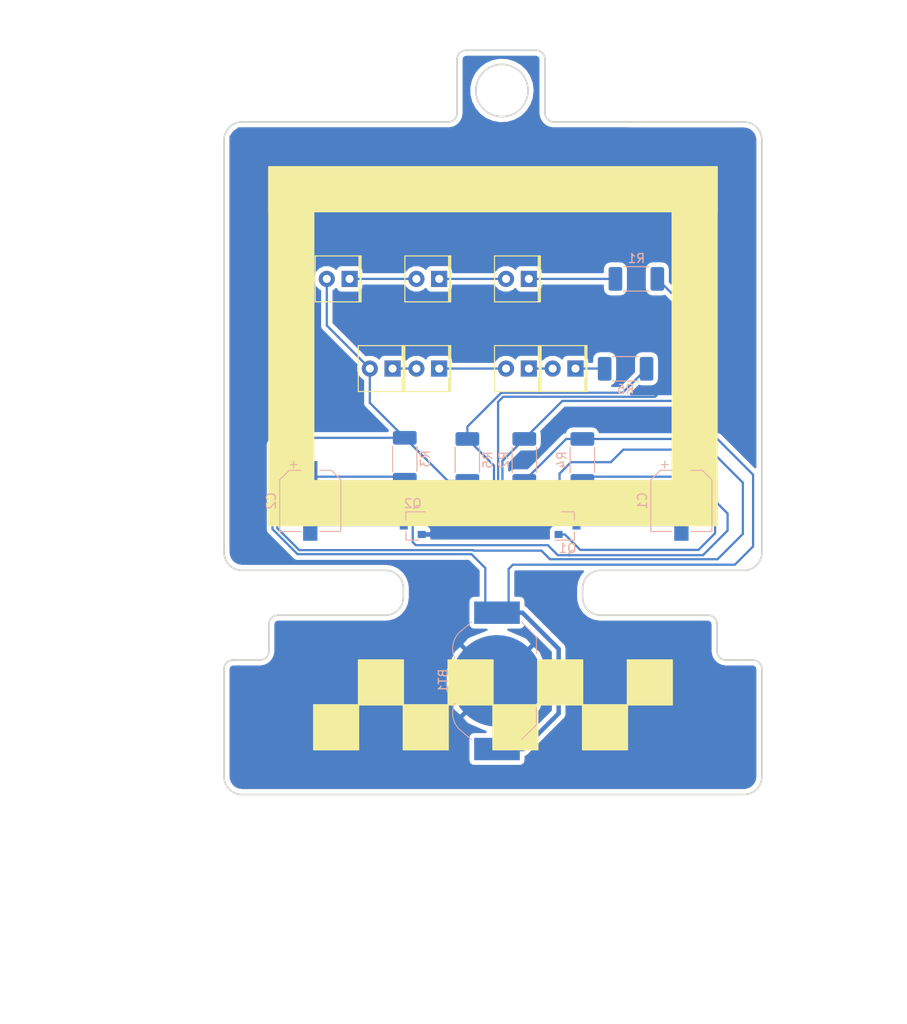
<source format=kicad_pcb>
(kicad_pcb (version 20171130) (host pcbnew "(6.0.0-rc1-dev-1198-gf6cdcc1db)")

  (general
    (thickness 1.6)
    (drawings 59)
    (tracks 137)
    (zones 0)
    (modules 18)
    (nets 14)
  )

  (page A4)
  (layers
    (0 F.Cu signal)
    (31 B.Cu signal)
    (32 B.Adhes user)
    (33 F.Adhes user)
    (34 B.Paste user)
    (35 F.Paste user hide)
    (36 B.SilkS user)
    (37 F.SilkS user hide)
    (38 B.Mask user)
    (39 F.Mask user hide)
    (40 Dwgs.User user hide)
    (41 Cmts.User user hide)
    (42 Eco1.User user hide)
    (43 Eco2.User user hide)
    (44 Edge.Cuts user)
    (45 Margin user hide)
    (46 B.CrtYd user)
    (47 F.CrtYd user hide)
    (48 B.Fab user)
    (49 F.Fab user)
  )

  (setup
    (last_trace_width 0.25)
    (trace_clearance 0.2)
    (zone_clearance 0.508)
    (zone_45_only no)
    (trace_min 0.2)
    (via_size 0.8)
    (via_drill 0.4)
    (via_min_size 0.4)
    (via_min_drill 0.3)
    (uvia_size 0.3)
    (uvia_drill 0.1)
    (uvias_allowed no)
    (uvia_min_size 0.2)
    (uvia_min_drill 0.1)
    (edge_width 0.2)
    (segment_width 0.2)
    (pcb_text_width 0.3)
    (pcb_text_size 1.5 1.5)
    (mod_edge_width 0.15)
    (mod_text_size 1 1)
    (mod_text_width 0.15)
    (pad_size 1.524 1.524)
    (pad_drill 0.762)
    (pad_to_mask_clearance 0.051)
    (solder_mask_min_width 0.25)
    (aux_axis_origin 0 0)
    (grid_origin 22 22)
    (visible_elements FFFFEF7F)
    (pcbplotparams
      (layerselection 0x010fc_ffffffff)
      (usegerberextensions false)
      (usegerberattributes false)
      (usegerberadvancedattributes false)
      (creategerberjobfile false)
      (excludeedgelayer true)
      (linewidth 0.100000)
      (plotframeref false)
      (viasonmask false)
      (mode 1)
      (useauxorigin false)
      (hpglpennumber 1)
      (hpglpenspeed 20)
      (hpglpendiameter 15.000000)
      (psnegative false)
      (psa4output false)
      (plotreference true)
      (plotvalue true)
      (plotinvisibletext false)
      (padsonsilk false)
      (subtractmaskfromsilk false)
      (outputformat 1)
      (mirror false)
      (drillshape 0)
      (scaleselection 1)
      (outputdirectory "output/"))
  )

  (net 0 "")
  (net 1 VCC)
  (net 2 GND)
  (net 3 "Net-(C1-Pad1)")
  (net 4 "Net-(C1-Pad2)")
  (net 5 "Net-(C2-Pad2)")
  (net 6 "Net-(C2-Pad1)")
  (net 7 "Net-(D1-Pad1)")
  (net 8 "Net-(D2-Pad1)")
  (net 9 "Net-(D3-Pad1)")
  (net 10 "Net-(D4-Pad1)")
  (net 11 "Net-(D5-Pad1)")
  (net 12 "Net-(D6-Pad1)")
  (net 13 "Net-(D7-Pad1)")

  (net_class Default "This is the default net class."
    (clearance 0.2)
    (trace_width 0.25)
    (via_dia 0.8)
    (via_drill 0.4)
    (uvia_dia 0.3)
    (uvia_drill 0.1)
    (add_net GND)
    (add_net "Net-(C1-Pad1)")
    (add_net "Net-(C1-Pad2)")
    (add_net "Net-(C2-Pad1)")
    (add_net "Net-(C2-Pad2)")
    (add_net "Net-(D1-Pad1)")
    (add_net "Net-(D2-Pad1)")
    (add_net "Net-(D3-Pad1)")
    (add_net "Net-(D4-Pad1)")
    (add_net "Net-(D5-Pad1)")
    (add_net "Net-(D6-Pad1)")
    (add_net "Net-(D7-Pad1)")
    (add_net VCC)
  )

  (net_class VCC ""
    (clearance 0.2)
    (trace_width 0.5)
    (via_dia 0.8)
    (via_drill 0.4)
    (uvia_dia 0.3)
    (uvia_drill 0.1)
  )

  (module LED_THT:LED_Rectangular_W5.0mm_H5.0mm (layer F.Cu) (tedit 587A3A7B) (tstamp 5C0BE7BB)
    (at 46 39.5 180)
    (descr "LED_Rectangular, Rectangular,  Rectangular size 5.0x5.0mm^2, 2 pins, http://www.kingbright.com/attachments/file/psearch/000/00/00/L-169XCGDK(Ver.9B).pdf")
    (tags "LED_Rectangular Rectangular  Rectangular size 5.0x5.0mm^2 2 pins")
    (path /5BF4BD21)
    (fp_text reference D6 (at 1.27 -3.56 180) (layer F.SilkS) hide
      (effects (font (size 1 1) (thickness 0.15)))
    )
    (fp_text value LED (at 1.27 3.56 180) (layer F.Fab)
      (effects (font (size 1 1) (thickness 0.15)))
    )
    (fp_line (start 4.1 -2.85) (end -1.55 -2.85) (layer F.CrtYd) (width 0.05))
    (fp_line (start 4.1 2.85) (end 4.1 -2.85) (layer F.CrtYd) (width 0.05))
    (fp_line (start -1.55 2.85) (end 4.1 2.85) (layer F.CrtYd) (width 0.05))
    (fp_line (start -1.55 -2.85) (end -1.55 2.85) (layer F.CrtYd) (width 0.05))
    (fp_line (start -1.051 1.08) (end -1.051 2.56) (layer F.SilkS) (width 0.12))
    (fp_line (start -1.051 -2.56) (end -1.051 -1.08) (layer F.SilkS) (width 0.12))
    (fp_line (start -1.17 -2.56) (end -1.17 2.56) (layer F.SilkS) (width 0.12))
    (fp_line (start 3.83 -2.56) (end 3.83 2.56) (layer F.SilkS) (width 0.12))
    (fp_line (start -1.29 -2.56) (end -1.29 2.56) (layer F.SilkS) (width 0.12))
    (fp_line (start -1.29 2.56) (end 3.83 2.56) (layer F.SilkS) (width 0.12))
    (fp_line (start -1.29 -2.56) (end 3.83 -2.56) (layer F.SilkS) (width 0.12))
    (fp_line (start 3.77 -2.5) (end -1.23 -2.5) (layer F.Fab) (width 0.1))
    (fp_line (start 3.77 2.5) (end 3.77 -2.5) (layer F.Fab) (width 0.1))
    (fp_line (start -1.23 2.5) (end 3.77 2.5) (layer F.Fab) (width 0.1))
    (fp_line (start -1.23 -2.5) (end -1.23 2.5) (layer F.Fab) (width 0.1))
    (pad 2 thru_hole circle (at 2.54 0 180) (size 1.8 1.8) (drill 0.9) (layers *.Cu *.Mask)
      (net 11 "Net-(D5-Pad1)"))
    (pad 1 thru_hole rect (at 0 0 180) (size 1.8 1.8) (drill 0.9) (layers *.Cu *.Mask)
      (net 12 "Net-(D6-Pad1)"))
    (model ${KISYS3DMOD}/LED_THT.3dshapes/LED_Rectangular_W5.0mm_H5.0mm.wrl
      (at (xyz 0 0 0))
      (scale (xyz 1 1 1))
      (rotate (xyz 0 0 0))
    )
  )

  (module Battery:BatteryHolder_LINX_BAT-HLD-012-SMT (layer B.Cu) (tedit 5B256044) (tstamp 5BF5735D)
    (at 42.447 74.324 90)
    (descr "SMT battery holder for CR1216/1220/1225, https://linxtechnologies.com/wp/wp-content/uploads/bat-hld-012-smt.pdf")
    (tags "battery holder coin cell cr1216 cr1220 cr1225")
    (path /5BF3CB03)
    (attr smd)
    (fp_text reference BT1 (at 0 -6 90) (layer B.SilkS)
      (effects (font (size 1 1) (thickness 0.15)) (justify mirror))
    )
    (fp_text value Battery_Cell (at 0 7 90) (layer B.Fab)
      (effects (font (size 1 1) (thickness 0.15)) (justify mirror))
    )
    (fp_line (start 6.55 -2.85) (end 5.4 -4.2) (layer B.SilkS) (width 0.1))
    (fp_line (start -6.55 -2.85) (end -5.4 -4.2) (layer B.SilkS) (width 0.1))
    (fp_line (start -4.9 4.4) (end -3 4.4) (layer B.SilkS) (width 0.1))
    (fp_line (start 4.9 4.4) (end 3 4.4) (layer B.SilkS) (width 0.1))
    (fp_line (start 4.9 4.4) (end 6.55 2.75) (layer B.SilkS) (width 0.1))
    (fp_line (start -6.55 2.75) (end -4.9 4.4) (layer B.SilkS) (width 0.1))
    (fp_line (start 6.55 2.75) (end 6.75 2.75) (layer B.Fab) (width 0.1))
    (fp_line (start 6.55 2.75) (end 6.7 2.9) (layer B.Fab) (width 0.1))
    (fp_line (start 5.05 4.55) (end 4.9 4.4) (layer B.Fab) (width 0.1))
    (fp_line (start -5.05 4.55) (end -4.9 4.4) (layer B.Fab) (width 0.1))
    (fp_line (start -6.55 2.75) (end -6.7 2.9) (layer B.Fab) (width 0.1))
    (fp_line (start -6.75 2.75) (end -6.55 2.75) (layer B.Fab) (width 0.1))
    (fp_line (start 6.75 -2.85) (end 6.55 -2.85) (layer B.Fab) (width 0.1))
    (fp_line (start -6.75 -2.85) (end -6.55 -2.85) (layer B.Fab) (width 0.1))
    (fp_line (start -3.55 -6.75) (end -7.25 -3.05) (layer B.CrtYd) (width 0.05))
    (fp_line (start 3.55 -6.75) (end 7.25 -3.05) (layer B.CrtYd) (width 0.05))
    (fp_line (start -3.55 -6.75) (end 3.55 -6.75) (layer B.CrtYd) (width 0.05))
    (fp_line (start 9.35 -3.05) (end 7.25 -3.05) (layer B.CrtYd) (width 0.05))
    (fp_line (start 9.35 3.05) (end 9.35 -3.05) (layer B.CrtYd) (width 0.05))
    (fp_line (start 7.25 3.05) (end 9.35 3.05) (layer B.CrtYd) (width 0.05))
    (fp_line (start 3.55 6.75) (end 7.25 3.05) (layer B.CrtYd) (width 0.05))
    (fp_line (start -3.55 6.75) (end 3.55 6.75) (layer B.CrtYd) (width 0.05))
    (fp_line (start -7.25 3.05) (end -3.55 6.75) (layer B.CrtYd) (width 0.05))
    (fp_line (start -9.35 -3.05) (end -7.25 -3.05) (layer B.CrtYd) (width 0.05))
    (fp_line (start -9.35 3.05) (end -7.25 3.05) (layer B.CrtYd) (width 0.05))
    (fp_line (start -9.35 -3.05) (end -9.35 3.05) (layer B.CrtYd) (width 0.05))
    (fp_circle (center 0 0) (end -6.25 0) (layer B.Fab) (width 0.1))
    (fp_arc (start 0 -6) (end -1.8 -4.2) (angle -90) (layer B.Fab) (width 0.1))
    (fp_arc (start 3.6 -2.4) (end 5.4 -4.2) (angle -70.55996517) (layer B.SilkS) (width 0.1))
    (fp_line (start 6.55 -2.85) (end 5.4 -4.2) (layer B.Fab) (width 0.1))
    (fp_line (start -6.55 -2.85) (end -5.4 -4.2) (layer B.Fab) (width 0.1))
    (fp_line (start -6.55 2.75) (end -4.9 4.4) (layer B.Fab) (width 0.1))
    (fp_line (start -6.55 -2.85) (end -6.55 2.75) (layer B.Fab) (width 0.1))
    (fp_line (start 6.55 2.75) (end 4.9 4.4) (layer B.Fab) (width 0.1))
    (fp_line (start 6.55 -2.85) (end 6.55 2.75) (layer B.Fab) (width 0.1))
    (fp_line (start 6.7 2.9) (end 5.05 4.55) (layer B.Fab) (width 0.1))
    (fp_line (start -6.7 2.9) (end -5.05 4.55) (layer B.Fab) (width 0.1))
    (fp_line (start 4.9 4.4) (end -4.9 4.4) (layer B.Fab) (width 0.1))
    (fp_line (start 6.75 -2.85) (end 6.75 2.75) (layer B.Fab) (width 0.1))
    (fp_line (start -6.75 -2.85) (end -6.75 2.75) (layer B.Fab) (width 0.1))
    (fp_line (start 7.65 2.55) (end 6.75 2.55) (layer B.Fab) (width 0.1))
    (fp_line (start 7.65 0.55) (end 7.65 2.55) (layer B.Fab) (width 0.1))
    (fp_line (start 6.75 0.55) (end 7.65 0.55) (layer B.Fab) (width 0.1))
    (fp_line (start 7.65 -0.55) (end 6.75 -0.55) (layer B.Fab) (width 0.1))
    (fp_line (start 7.65 -2.55) (end 7.65 -0.55) (layer B.Fab) (width 0.1))
    (fp_line (start 6.75 -2.55) (end 7.65 -2.55) (layer B.Fab) (width 0.1))
    (fp_line (start -7.65 -2.55) (end -6.75 -2.55) (layer B.Fab) (width 0.1))
    (fp_line (start -7.65 -0.55) (end -7.65 -2.55) (layer B.Fab) (width 0.1))
    (fp_line (start -6.75 -0.55) (end -7.65 -0.55) (layer B.Fab) (width 0.1))
    (fp_line (start -7.65 0.55) (end -6.75 0.55) (layer B.Fab) (width 0.1))
    (fp_line (start -7.65 2.55) (end -6.75 2.55) (layer B.Fab) (width 0.1))
    (fp_line (start -7.65 2.55) (end -7.65 0.55) (layer B.Fab) (width 0.1))
    (fp_text user %R (at 0 0 90) (layer B.Fab)
      (effects (font (size 1 1) (thickness 0.15)) (justify mirror))
    )
    (fp_arc (start 3.6 -2.4) (end 5.4 -4.2) (angle -90) (layer B.Fab) (width 0.1))
    (fp_arc (start -3.6 -2.4) (end -1.8 -4.2) (angle -90) (layer B.Fab) (width 0.1))
    (fp_arc (start -3.6 -2.4) (end -5.4 -4.2) (angle 70.5) (layer B.SilkS) (width 0.1))
    (pad 1 smd rect (at -7.6 0 90) (size 2.5 5.1) (layers B.Cu B.Paste B.Mask)
      (net 1 VCC))
    (pad 1 smd rect (at 7.6 0 90) (size 2.5 5.1) (layers B.Cu B.Paste B.Mask)
      (net 1 VCC))
    (pad 2 smd circle (at 0 0 90) (size 10.2 10.2) (layers B.Cu B.Paste B.Mask)
      (net 2 GND))
    (model ${KISYS3DMOD}/Battery.3dshapes/BatteryHolder_LINX_BAT-HLD-012-SMT.wrl
      (at (xyz 0 0 0))
      (scale (xyz 1 1 1))
      (rotate (xyz 0 0 0))
    )
  )

  (module Capacitor_SMD:CP_Elec_6.3x5.4_Nichicon (layer B.Cu) (tedit 5A841F9D) (tstamp 5BFF9834)
    (at 63.021 54.258 270)
    (descr "SMT capacitor, aluminium electrolytic, 6.3x5.4, Nichicon ")
    (tags "Capacitor Electrolytic")
    (path /5BF35CC3)
    (attr smd)
    (fp_text reference C1 (at 0 4.35 270) (layer B.SilkS)
      (effects (font (size 1 1) (thickness 0.15)) (justify mirror))
    )
    (fp_text value 100uF (at 0 -4.35 270) (layer B.Fab)
      (effects (font (size 1 1) (thickness 0.15)) (justify mirror))
    )
    (fp_circle (center 0 0) (end 3.15 0) (layer B.Fab) (width 0.1))
    (fp_line (start 3.3 3.3) (end 3.3 -3.3) (layer B.Fab) (width 0.1))
    (fp_line (start -2.3 3.3) (end 3.3 3.3) (layer B.Fab) (width 0.1))
    (fp_line (start -2.3 -3.3) (end 3.3 -3.3) (layer B.Fab) (width 0.1))
    (fp_line (start -3.3 2.3) (end -3.3 -2.3) (layer B.Fab) (width 0.1))
    (fp_line (start -3.3 2.3) (end -2.3 3.3) (layer B.Fab) (width 0.1))
    (fp_line (start -3.3 -2.3) (end -2.3 -3.3) (layer B.Fab) (width 0.1))
    (fp_line (start -2.704838 1.33) (end -2.074838 1.33) (layer B.Fab) (width 0.1))
    (fp_line (start -2.389838 1.645) (end -2.389838 1.015) (layer B.Fab) (width 0.1))
    (fp_line (start 3.41 -3.41) (end 3.41 -1.06) (layer B.SilkS) (width 0.12))
    (fp_line (start 3.41 3.41) (end 3.41 1.06) (layer B.SilkS) (width 0.12))
    (fp_line (start -2.345563 3.41) (end 3.41 3.41) (layer B.SilkS) (width 0.12))
    (fp_line (start -2.345563 -3.41) (end 3.41 -3.41) (layer B.SilkS) (width 0.12))
    (fp_line (start -3.41 -2.345563) (end -3.41 -1.06) (layer B.SilkS) (width 0.12))
    (fp_line (start -3.41 2.345563) (end -3.41 1.06) (layer B.SilkS) (width 0.12))
    (fp_line (start -3.41 2.345563) (end -2.345563 3.41) (layer B.SilkS) (width 0.12))
    (fp_line (start -3.41 -2.345563) (end -2.345563 -3.41) (layer B.SilkS) (width 0.12))
    (fp_line (start -4.4375 1.8475) (end -3.65 1.8475) (layer B.SilkS) (width 0.12))
    (fp_line (start -4.04375 2.24125) (end -4.04375 1.45375) (layer B.SilkS) (width 0.12))
    (fp_line (start 3.55 3.55) (end 3.55 1.05) (layer B.CrtYd) (width 0.05))
    (fp_line (start 3.55 1.05) (end 4.7 1.05) (layer B.CrtYd) (width 0.05))
    (fp_line (start 4.7 1.05) (end 4.7 -1.05) (layer B.CrtYd) (width 0.05))
    (fp_line (start 4.7 -1.05) (end 3.55 -1.05) (layer B.CrtYd) (width 0.05))
    (fp_line (start 3.55 -1.05) (end 3.55 -3.55) (layer B.CrtYd) (width 0.05))
    (fp_line (start -2.4 -3.55) (end 3.55 -3.55) (layer B.CrtYd) (width 0.05))
    (fp_line (start -2.4 3.55) (end 3.55 3.55) (layer B.CrtYd) (width 0.05))
    (fp_line (start -3.55 -2.4) (end -2.4 -3.55) (layer B.CrtYd) (width 0.05))
    (fp_line (start -3.55 2.4) (end -2.4 3.55) (layer B.CrtYd) (width 0.05))
    (fp_line (start -3.55 2.4) (end -3.55 1.05) (layer B.CrtYd) (width 0.05))
    (fp_line (start -3.55 -1.05) (end -3.55 -2.4) (layer B.CrtYd) (width 0.05))
    (fp_line (start -3.55 1.05) (end -4.7 1.05) (layer B.CrtYd) (width 0.05))
    (fp_line (start -4.7 1.05) (end -4.7 -1.05) (layer B.CrtYd) (width 0.05))
    (fp_line (start -4.7 -1.05) (end -3.55 -1.05) (layer B.CrtYd) (width 0.05))
    (fp_text user %R (at 0 0 270) (layer B.Fab)
      (effects (font (size 1 1) (thickness 0.15)) (justify mirror))
    )
    (pad 1 smd rect (at -2.7 0 270) (size 3.5 1.6) (layers B.Cu B.Paste B.Mask)
      (net 3 "Net-(C1-Pad1)"))
    (pad 2 smd rect (at 2.7 0 270) (size 3.5 1.6) (layers B.Cu B.Paste B.Mask)
      (net 4 "Net-(C1-Pad2)"))
    (model ${KISYS3DMOD}/Capacitor_SMD.3dshapes/CP_Elec_6.3x5.4_Nichicon.wrl
      (at (xyz 0 0 0))
      (scale (xyz 1 1 1))
      (rotate (xyz 0 0 0))
    )
  )

  (module Capacitor_SMD:CP_Elec_6.3x5.4_Nichicon (layer B.Cu) (tedit 5A841F9D) (tstamp 5BFF985C)
    (at 21.619 54.258 270)
    (descr "SMT capacitor, aluminium electrolytic, 6.3x5.4, Nichicon ")
    (tags "Capacitor Electrolytic")
    (path /5BF35E94)
    (attr smd)
    (fp_text reference C2 (at 0 4.35 270) (layer B.SilkS)
      (effects (font (size 1 1) (thickness 0.15)) (justify mirror))
    )
    (fp_text value 100uF (at 0 -4.35 270) (layer B.Fab)
      (effects (font (size 1 1) (thickness 0.15)) (justify mirror))
    )
    (fp_circle (center 0 0) (end 3.15 0) (layer B.Fab) (width 0.1))
    (fp_line (start 3.3 3.3) (end 3.3 -3.3) (layer B.Fab) (width 0.1))
    (fp_line (start -2.3 3.3) (end 3.3 3.3) (layer B.Fab) (width 0.1))
    (fp_line (start -2.3 -3.3) (end 3.3 -3.3) (layer B.Fab) (width 0.1))
    (fp_line (start -3.3 2.3) (end -3.3 -2.3) (layer B.Fab) (width 0.1))
    (fp_line (start -3.3 2.3) (end -2.3 3.3) (layer B.Fab) (width 0.1))
    (fp_line (start -3.3 -2.3) (end -2.3 -3.3) (layer B.Fab) (width 0.1))
    (fp_line (start -2.704838 1.33) (end -2.074838 1.33) (layer B.Fab) (width 0.1))
    (fp_line (start -2.389838 1.645) (end -2.389838 1.015) (layer B.Fab) (width 0.1))
    (fp_line (start 3.41 -3.41) (end 3.41 -1.06) (layer B.SilkS) (width 0.12))
    (fp_line (start 3.41 3.41) (end 3.41 1.06) (layer B.SilkS) (width 0.12))
    (fp_line (start -2.345563 3.41) (end 3.41 3.41) (layer B.SilkS) (width 0.12))
    (fp_line (start -2.345563 -3.41) (end 3.41 -3.41) (layer B.SilkS) (width 0.12))
    (fp_line (start -3.41 -2.345563) (end -3.41 -1.06) (layer B.SilkS) (width 0.12))
    (fp_line (start -3.41 2.345563) (end -3.41 1.06) (layer B.SilkS) (width 0.12))
    (fp_line (start -3.41 2.345563) (end -2.345563 3.41) (layer B.SilkS) (width 0.12))
    (fp_line (start -3.41 -2.345563) (end -2.345563 -3.41) (layer B.SilkS) (width 0.12))
    (fp_line (start -4.4375 1.8475) (end -3.65 1.8475) (layer B.SilkS) (width 0.12))
    (fp_line (start -4.04375 2.24125) (end -4.04375 1.45375) (layer B.SilkS) (width 0.12))
    (fp_line (start 3.55 3.55) (end 3.55 1.05) (layer B.CrtYd) (width 0.05))
    (fp_line (start 3.55 1.05) (end 4.7 1.05) (layer B.CrtYd) (width 0.05))
    (fp_line (start 4.7 1.05) (end 4.7 -1.05) (layer B.CrtYd) (width 0.05))
    (fp_line (start 4.7 -1.05) (end 3.55 -1.05) (layer B.CrtYd) (width 0.05))
    (fp_line (start 3.55 -1.05) (end 3.55 -3.55) (layer B.CrtYd) (width 0.05))
    (fp_line (start -2.4 -3.55) (end 3.55 -3.55) (layer B.CrtYd) (width 0.05))
    (fp_line (start -2.4 3.55) (end 3.55 3.55) (layer B.CrtYd) (width 0.05))
    (fp_line (start -3.55 -2.4) (end -2.4 -3.55) (layer B.CrtYd) (width 0.05))
    (fp_line (start -3.55 2.4) (end -2.4 3.55) (layer B.CrtYd) (width 0.05))
    (fp_line (start -3.55 2.4) (end -3.55 1.05) (layer B.CrtYd) (width 0.05))
    (fp_line (start -3.55 -1.05) (end -3.55 -2.4) (layer B.CrtYd) (width 0.05))
    (fp_line (start -3.55 1.05) (end -4.7 1.05) (layer B.CrtYd) (width 0.05))
    (fp_line (start -4.7 1.05) (end -4.7 -1.05) (layer B.CrtYd) (width 0.05))
    (fp_line (start -4.7 -1.05) (end -3.55 -1.05) (layer B.CrtYd) (width 0.05))
    (fp_text user %R (at 0 0 270) (layer B.Fab)
      (effects (font (size 1 1) (thickness 0.15)) (justify mirror))
    )
    (pad 1 smd rect (at -2.7 0 270) (size 3.5 1.6) (layers B.Cu B.Paste B.Mask)
      (net 6 "Net-(C2-Pad1)"))
    (pad 2 smd rect (at 2.7 0 270) (size 3.5 1.6) (layers B.Cu B.Paste B.Mask)
      (net 5 "Net-(C2-Pad2)"))
    (model ${KISYS3DMOD}/Capacitor_SMD.3dshapes/CP_Elec_6.3x5.4_Nichicon.wrl
      (at (xyz 0 0 0))
      (scale (xyz 1 1 1))
      (rotate (xyz 0 0 0))
    )
  )

  (module Package_TO_SOT_SMD:SOT-23 (layer B.Cu) (tedit 5A02FF57) (tstamp 5BFF98FD)
    (at 33.049 57.052 180)
    (descr "SOT-23, Standard")
    (tags SOT-23)
    (path /5BF48FC8)
    (attr smd)
    (fp_text reference Q2 (at 0 2.5 180) (layer B.SilkS)
      (effects (font (size 1 1) (thickness 0.15)) (justify mirror))
    )
    (fp_text value MMBT3904 (at 0 -2.5 180) (layer B.Fab)
      (effects (font (size 1 1) (thickness 0.15)) (justify mirror))
    )
    (fp_text user %R (at 0 0 90) (layer B.Fab)
      (effects (font (size 0.5 0.5) (thickness 0.075)) (justify mirror))
    )
    (fp_line (start -0.7 0.95) (end -0.7 -1.5) (layer B.Fab) (width 0.1))
    (fp_line (start -0.15 1.52) (end 0.7 1.52) (layer B.Fab) (width 0.1))
    (fp_line (start -0.7 0.95) (end -0.15 1.52) (layer B.Fab) (width 0.1))
    (fp_line (start 0.7 1.52) (end 0.7 -1.52) (layer B.Fab) (width 0.1))
    (fp_line (start -0.7 -1.52) (end 0.7 -1.52) (layer B.Fab) (width 0.1))
    (fp_line (start 0.76 -1.58) (end 0.76 -0.65) (layer B.SilkS) (width 0.12))
    (fp_line (start 0.76 1.58) (end 0.76 0.65) (layer B.SilkS) (width 0.12))
    (fp_line (start -1.7 1.75) (end 1.7 1.75) (layer B.CrtYd) (width 0.05))
    (fp_line (start 1.7 1.75) (end 1.7 -1.75) (layer B.CrtYd) (width 0.05))
    (fp_line (start 1.7 -1.75) (end -1.7 -1.75) (layer B.CrtYd) (width 0.05))
    (fp_line (start -1.7 -1.75) (end -1.7 1.75) (layer B.CrtYd) (width 0.05))
    (fp_line (start 0.76 1.58) (end -1.4 1.58) (layer B.SilkS) (width 0.12))
    (fp_line (start 0.76 -1.58) (end -0.7 -1.58) (layer B.SilkS) (width 0.12))
    (pad 1 smd rect (at -1 0.95 180) (size 0.9 0.8) (layers B.Cu B.Paste B.Mask)
      (net 3 "Net-(C1-Pad1)"))
    (pad 2 smd rect (at -1 -0.95 180) (size 0.9 0.8) (layers B.Cu B.Paste B.Mask)
      (net 2 GND))
    (pad 3 smd rect (at 1 0 180) (size 0.9 0.8) (layers B.Cu B.Paste B.Mask)
      (net 5 "Net-(C2-Pad2)"))
    (model ${KISYS3DMOD}/Package_TO_SOT_SMD.3dshapes/SOT-23.wrl
      (at (xyz 0 0 0))
      (scale (xyz 1 1 1))
      (rotate (xyz 0 0 0))
    )
  )

  (module Package_TO_SOT_SMD:SOT-23 (layer B.Cu) (tedit 5A02FF57) (tstamp 5BFF98E8)
    (at 50.321 57.052)
    (descr "SOT-23, Standard")
    (tags SOT-23)
    (path /5BF490FA)
    (attr smd)
    (fp_text reference Q1 (at 0 2.5) (layer B.SilkS)
      (effects (font (size 1 1) (thickness 0.15)) (justify mirror))
    )
    (fp_text value MMBT3904 (at 0 -2.5) (layer B.Fab)
      (effects (font (size 1 1) (thickness 0.15)) (justify mirror))
    )
    (fp_line (start 0.76 -1.58) (end -0.7 -1.58) (layer B.SilkS) (width 0.12))
    (fp_line (start 0.76 1.58) (end -1.4 1.58) (layer B.SilkS) (width 0.12))
    (fp_line (start -1.7 -1.75) (end -1.7 1.75) (layer B.CrtYd) (width 0.05))
    (fp_line (start 1.7 -1.75) (end -1.7 -1.75) (layer B.CrtYd) (width 0.05))
    (fp_line (start 1.7 1.75) (end 1.7 -1.75) (layer B.CrtYd) (width 0.05))
    (fp_line (start -1.7 1.75) (end 1.7 1.75) (layer B.CrtYd) (width 0.05))
    (fp_line (start 0.76 1.58) (end 0.76 0.65) (layer B.SilkS) (width 0.12))
    (fp_line (start 0.76 -1.58) (end 0.76 -0.65) (layer B.SilkS) (width 0.12))
    (fp_line (start -0.7 -1.52) (end 0.7 -1.52) (layer B.Fab) (width 0.1))
    (fp_line (start 0.7 1.52) (end 0.7 -1.52) (layer B.Fab) (width 0.1))
    (fp_line (start -0.7 0.95) (end -0.15 1.52) (layer B.Fab) (width 0.1))
    (fp_line (start -0.15 1.52) (end 0.7 1.52) (layer B.Fab) (width 0.1))
    (fp_line (start -0.7 0.95) (end -0.7 -1.5) (layer B.Fab) (width 0.1))
    (fp_text user %R (at 0 0 -90) (layer B.Fab)
      (effects (font (size 0.5 0.5) (thickness 0.075)) (justify mirror))
    )
    (pad 3 smd rect (at 1 0) (size 0.9 0.8) (layers B.Cu B.Paste B.Mask)
      (net 4 "Net-(C1-Pad2)"))
    (pad 2 smd rect (at -1 -0.95) (size 0.9 0.8) (layers B.Cu B.Paste B.Mask)
      (net 2 GND))
    (pad 1 smd rect (at -1 0.95) (size 0.9 0.8) (layers B.Cu B.Paste B.Mask)
      (net 6 "Net-(C2-Pad1)"))
    (model ${KISYS3DMOD}/Package_TO_SOT_SMD.3dshapes/SOT-23.wrl
      (at (xyz 0 0 0))
      (scale (xyz 1 1 1))
      (rotate (xyz 0 0 0))
    )
  )

  (module Resistor_SMD:R_2010_5025Metric_Pad1.52x2.65mm_HandSolder (layer B.Cu) (tedit 5B301BBD) (tstamp 5BFFDA86)
    (at 58 29.5 180)
    (descr "Resistor SMD 2010 (5025 Metric), square (rectangular) end terminal, IPC_7351 nominal with elongated pad for handsoldering. (Body size source: http://www.tortai-tech.com/upload/download/2011102023233369053.pdf), generated with kicad-footprint-generator")
    (tags "resistor handsolder")
    (path /5BF386D1)
    (attr smd)
    (fp_text reference R1 (at 0 2.28 180) (layer B.SilkS)
      (effects (font (size 1 1) (thickness 0.15)) (justify mirror))
    )
    (fp_text value 220 (at 0 -2.28 180) (layer B.Fab)
      (effects (font (size 1 1) (thickness 0.15)) (justify mirror))
    )
    (fp_text user %R (at 0 0 180) (layer B.Fab)
      (effects (font (size 1 1) (thickness 0.15)) (justify mirror))
    )
    (fp_line (start 3.35 -1.58) (end -3.35 -1.58) (layer B.CrtYd) (width 0.05))
    (fp_line (start 3.35 1.58) (end 3.35 -1.58) (layer B.CrtYd) (width 0.05))
    (fp_line (start -3.35 1.58) (end 3.35 1.58) (layer B.CrtYd) (width 0.05))
    (fp_line (start -3.35 -1.58) (end -3.35 1.58) (layer B.CrtYd) (width 0.05))
    (fp_line (start -1.402064 -1.36) (end 1.402064 -1.36) (layer B.SilkS) (width 0.12))
    (fp_line (start -1.402064 1.36) (end 1.402064 1.36) (layer B.SilkS) (width 0.12))
    (fp_line (start 2.5 -1.25) (end -2.5 -1.25) (layer B.Fab) (width 0.1))
    (fp_line (start 2.5 1.25) (end 2.5 -1.25) (layer B.Fab) (width 0.1))
    (fp_line (start -2.5 1.25) (end 2.5 1.25) (layer B.Fab) (width 0.1))
    (fp_line (start -2.5 -1.25) (end -2.5 1.25) (layer B.Fab) (width 0.1))
    (pad 2 smd roundrect (at 2.3375 0 180) (size 1.525 2.65) (layers B.Cu B.Paste B.Mask) (roundrect_rratio 0.163934)
      (net 9 "Net-(D3-Pad1)"))
    (pad 1 smd roundrect (at -2.3375 0 180) (size 1.525 2.65) (layers B.Cu B.Paste B.Mask) (roundrect_rratio 0.163934)
      (net 4 "Net-(C1-Pad2)"))
    (model ${KISYS3DMOD}/Resistor_SMD.3dshapes/R_2010_5025Metric.wrl
      (at (xyz 0 0 0))
      (scale (xyz 1 1 1))
      (rotate (xyz 0 0 0))
    )
  )

  (module Resistor_SMD:R_2010_5025Metric_Pad1.52x2.65mm_HandSolder (layer B.Cu) (tedit 5B301BBD) (tstamp 5BFFDA96)
    (at 45.495 49.686 270)
    (descr "Resistor SMD 2010 (5025 Metric), square (rectangular) end terminal, IPC_7351 nominal with elongated pad for handsoldering. (Body size source: http://www.tortai-tech.com/upload/download/2011102023233369053.pdf), generated with kicad-footprint-generator")
    (tags "resistor handsolder")
    (path /5BF31F1D)
    (attr smd)
    (fp_text reference R2 (at 0 2.28 270) (layer B.SilkS)
      (effects (font (size 1 1) (thickness 0.15)) (justify mirror))
    )
    (fp_text value 10K (at 0 -2.28 270) (layer B.Fab)
      (effects (font (size 1 1) (thickness 0.15)) (justify mirror))
    )
    (fp_line (start -2.5 -1.25) (end -2.5 1.25) (layer B.Fab) (width 0.1))
    (fp_line (start -2.5 1.25) (end 2.5 1.25) (layer B.Fab) (width 0.1))
    (fp_line (start 2.5 1.25) (end 2.5 -1.25) (layer B.Fab) (width 0.1))
    (fp_line (start 2.5 -1.25) (end -2.5 -1.25) (layer B.Fab) (width 0.1))
    (fp_line (start -1.402064 1.36) (end 1.402064 1.36) (layer B.SilkS) (width 0.12))
    (fp_line (start -1.402064 -1.36) (end 1.402064 -1.36) (layer B.SilkS) (width 0.12))
    (fp_line (start -3.35 -1.58) (end -3.35 1.58) (layer B.CrtYd) (width 0.05))
    (fp_line (start -3.35 1.58) (end 3.35 1.58) (layer B.CrtYd) (width 0.05))
    (fp_line (start 3.35 1.58) (end 3.35 -1.58) (layer B.CrtYd) (width 0.05))
    (fp_line (start 3.35 -1.58) (end -3.35 -1.58) (layer B.CrtYd) (width 0.05))
    (fp_text user %R (at 0 0 270) (layer B.Fab)
      (effects (font (size 1 1) (thickness 0.15)) (justify mirror))
    )
    (pad 1 smd roundrect (at -2.3375 0 270) (size 1.525 2.65) (layers B.Cu B.Paste B.Mask) (roundrect_rratio 0.163934)
      (net 4 "Net-(C1-Pad2)"))
    (pad 2 smd roundrect (at 2.3375 0 270) (size 1.525 2.65) (layers B.Cu B.Paste B.Mask) (roundrect_rratio 0.163934)
      (net 1 VCC))
    (model ${KISYS3DMOD}/Resistor_SMD.3dshapes/R_2010_5025Metric.wrl
      (at (xyz 0 0 0))
      (scale (xyz 1 1 1))
      (rotate (xyz 0 0 0))
    )
  )

  (module Resistor_SMD:R_2010_5025Metric_Pad1.52x2.65mm_HandSolder (layer B.Cu) (tedit 5B301BBD) (tstamp 5BFFDAA6)
    (at 32.16 49.559 90)
    (descr "Resistor SMD 2010 (5025 Metric), square (rectangular) end terminal, IPC_7351 nominal with elongated pad for handsoldering. (Body size source: http://www.tortai-tech.com/upload/download/2011102023233369053.pdf), generated with kicad-footprint-generator")
    (tags "resistor handsolder")
    (path /5BF3202B)
    (attr smd)
    (fp_text reference R3 (at 0 2.28 90) (layer B.SilkS)
      (effects (font (size 1 1) (thickness 0.15)) (justify mirror))
    )
    (fp_text value 10K (at 0 -2.28 90) (layer B.Fab)
      (effects (font (size 1 1) (thickness 0.15)) (justify mirror))
    )
    (fp_text user %R (at 0 0 90) (layer B.Fab)
      (effects (font (size 1 1) (thickness 0.15)) (justify mirror))
    )
    (fp_line (start 3.35 -1.58) (end -3.35 -1.58) (layer B.CrtYd) (width 0.05))
    (fp_line (start 3.35 1.58) (end 3.35 -1.58) (layer B.CrtYd) (width 0.05))
    (fp_line (start -3.35 1.58) (end 3.35 1.58) (layer B.CrtYd) (width 0.05))
    (fp_line (start -3.35 -1.58) (end -3.35 1.58) (layer B.CrtYd) (width 0.05))
    (fp_line (start -1.402064 -1.36) (end 1.402064 -1.36) (layer B.SilkS) (width 0.12))
    (fp_line (start -1.402064 1.36) (end 1.402064 1.36) (layer B.SilkS) (width 0.12))
    (fp_line (start 2.5 -1.25) (end -2.5 -1.25) (layer B.Fab) (width 0.1))
    (fp_line (start 2.5 1.25) (end 2.5 -1.25) (layer B.Fab) (width 0.1))
    (fp_line (start -2.5 1.25) (end 2.5 1.25) (layer B.Fab) (width 0.1))
    (fp_line (start -2.5 -1.25) (end -2.5 1.25) (layer B.Fab) (width 0.1))
    (pad 2 smd roundrect (at 2.3375 0 90) (size 1.525 2.65) (layers B.Cu B.Paste B.Mask) (roundrect_rratio 0.163934)
      (net 1 VCC))
    (pad 1 smd roundrect (at -2.3375 0 90) (size 1.525 2.65) (layers B.Cu B.Paste B.Mask) (roundrect_rratio 0.163934)
      (net 6 "Net-(C2-Pad1)"))
    (model ${KISYS3DMOD}/Resistor_SMD.3dshapes/R_2010_5025Metric.wrl
      (at (xyz 0 0 0))
      (scale (xyz 1 1 1))
      (rotate (xyz 0 0 0))
    )
  )

  (module Resistor_SMD:R_2010_5025Metric_Pad1.52x2.65mm_HandSolder (layer B.Cu) (tedit 5B301BBD) (tstamp 5BFFDAB6)
    (at 51.972 49.686 270)
    (descr "Resistor SMD 2010 (5025 Metric), square (rectangular) end terminal, IPC_7351 nominal with elongated pad for handsoldering. (Body size source: http://www.tortai-tech.com/upload/download/2011102023233369053.pdf), generated with kicad-footprint-generator")
    (tags "resistor handsolder")
    (path /5BF32163)
    (attr smd)
    (fp_text reference R4 (at 0 2.28 270) (layer B.SilkS)
      (effects (font (size 1 1) (thickness 0.15)) (justify mirror))
    )
    (fp_text value 10K (at 0 -2.28 270) (layer B.Fab)
      (effects (font (size 1 1) (thickness 0.15)) (justify mirror))
    )
    (fp_line (start -2.5 -1.25) (end -2.5 1.25) (layer B.Fab) (width 0.1))
    (fp_line (start -2.5 1.25) (end 2.5 1.25) (layer B.Fab) (width 0.1))
    (fp_line (start 2.5 1.25) (end 2.5 -1.25) (layer B.Fab) (width 0.1))
    (fp_line (start 2.5 -1.25) (end -2.5 -1.25) (layer B.Fab) (width 0.1))
    (fp_line (start -1.402064 1.36) (end 1.402064 1.36) (layer B.SilkS) (width 0.12))
    (fp_line (start -1.402064 -1.36) (end 1.402064 -1.36) (layer B.SilkS) (width 0.12))
    (fp_line (start -3.35 -1.58) (end -3.35 1.58) (layer B.CrtYd) (width 0.05))
    (fp_line (start -3.35 1.58) (end 3.35 1.58) (layer B.CrtYd) (width 0.05))
    (fp_line (start 3.35 1.58) (end 3.35 -1.58) (layer B.CrtYd) (width 0.05))
    (fp_line (start 3.35 -1.58) (end -3.35 -1.58) (layer B.CrtYd) (width 0.05))
    (fp_text user %R (at 0 0 270) (layer B.Fab)
      (effects (font (size 1 1) (thickness 0.15)) (justify mirror))
    )
    (pad 1 smd roundrect (at -2.3375 0 270) (size 1.525 2.65) (layers B.Cu B.Paste B.Mask) (roundrect_rratio 0.163934)
      (net 1 VCC))
    (pad 2 smd roundrect (at 2.3375 0 270) (size 1.525 2.65) (layers B.Cu B.Paste B.Mask) (roundrect_rratio 0.163934)
      (net 3 "Net-(C1-Pad1)"))
    (model ${KISYS3DMOD}/Resistor_SMD.3dshapes/R_2010_5025Metric.wrl
      (at (xyz 0 0 0))
      (scale (xyz 1 1 1))
      (rotate (xyz 0 0 0))
    )
  )

  (module Resistor_SMD:R_2010_5025Metric_Pad1.52x2.65mm_HandSolder (layer B.Cu) (tedit 5B301BBD) (tstamp 5BFFDAC6)
    (at 39.145 49.686 90)
    (descr "Resistor SMD 2010 (5025 Metric), square (rectangular) end terminal, IPC_7351 nominal with elongated pad for handsoldering. (Body size source: http://www.tortai-tech.com/upload/download/2011102023233369053.pdf), generated with kicad-footprint-generator")
    (tags "resistor handsolder")
    (path /5BF32243)
    (attr smd)
    (fp_text reference R5 (at 0 2.28 90) (layer B.SilkS)
      (effects (font (size 1 1) (thickness 0.15)) (justify mirror))
    )
    (fp_text value 10K (at 0 -2.28 90) (layer B.Fab)
      (effects (font (size 1 1) (thickness 0.15)) (justify mirror))
    )
    (fp_text user %R (at 0 0 90) (layer B.Fab)
      (effects (font (size 1 1) (thickness 0.15)) (justify mirror))
    )
    (fp_line (start 3.35 -1.58) (end -3.35 -1.58) (layer B.CrtYd) (width 0.05))
    (fp_line (start 3.35 1.58) (end 3.35 -1.58) (layer B.CrtYd) (width 0.05))
    (fp_line (start -3.35 1.58) (end 3.35 1.58) (layer B.CrtYd) (width 0.05))
    (fp_line (start -3.35 -1.58) (end -3.35 1.58) (layer B.CrtYd) (width 0.05))
    (fp_line (start -1.402064 -1.36) (end 1.402064 -1.36) (layer B.SilkS) (width 0.12))
    (fp_line (start -1.402064 1.36) (end 1.402064 1.36) (layer B.SilkS) (width 0.12))
    (fp_line (start 2.5 -1.25) (end -2.5 -1.25) (layer B.Fab) (width 0.1))
    (fp_line (start 2.5 1.25) (end 2.5 -1.25) (layer B.Fab) (width 0.1))
    (fp_line (start -2.5 1.25) (end 2.5 1.25) (layer B.Fab) (width 0.1))
    (fp_line (start -2.5 -1.25) (end -2.5 1.25) (layer B.Fab) (width 0.1))
    (pad 2 smd roundrect (at 2.3375 0 90) (size 1.525 2.65) (layers B.Cu B.Paste B.Mask) (roundrect_rratio 0.163934)
      (net 5 "Net-(C2-Pad2)"))
    (pad 1 smd roundrect (at -2.3375 0 90) (size 1.525 2.65) (layers B.Cu B.Paste B.Mask) (roundrect_rratio 0.163934)
      (net 1 VCC))
    (model ${KISYS3DMOD}/Resistor_SMD.3dshapes/R_2010_5025Metric.wrl
      (at (xyz 0 0 0))
      (scale (xyz 1 1 1))
      (rotate (xyz 0 0 0))
    )
  )

  (module Resistor_SMD:R_2010_5025Metric_Pad1.52x2.65mm_HandSolder (layer B.Cu) (tedit 5B301BBD) (tstamp 5BFFDAD6)
    (at 56.798 39.526)
    (descr "Resistor SMD 2010 (5025 Metric), square (rectangular) end terminal, IPC_7351 nominal with elongated pad for handsoldering. (Body size source: http://www.tortai-tech.com/upload/download/2011102023233369053.pdf), generated with kicad-footprint-generator")
    (tags "resistor handsolder")
    (path /5BF347CB)
    (attr smd)
    (fp_text reference R6 (at 0 2.28) (layer B.SilkS)
      (effects (font (size 1 1) (thickness 0.15)) (justify mirror))
    )
    (fp_text value 220 (at 0 -2.28) (layer B.Fab)
      (effects (font (size 1 1) (thickness 0.15)) (justify mirror))
    )
    (fp_line (start -2.5 -1.25) (end -2.5 1.25) (layer B.Fab) (width 0.1))
    (fp_line (start -2.5 1.25) (end 2.5 1.25) (layer B.Fab) (width 0.1))
    (fp_line (start 2.5 1.25) (end 2.5 -1.25) (layer B.Fab) (width 0.1))
    (fp_line (start 2.5 -1.25) (end -2.5 -1.25) (layer B.Fab) (width 0.1))
    (fp_line (start -1.402064 1.36) (end 1.402064 1.36) (layer B.SilkS) (width 0.12))
    (fp_line (start -1.402064 -1.36) (end 1.402064 -1.36) (layer B.SilkS) (width 0.12))
    (fp_line (start -3.35 -1.58) (end -3.35 1.58) (layer B.CrtYd) (width 0.05))
    (fp_line (start -3.35 1.58) (end 3.35 1.58) (layer B.CrtYd) (width 0.05))
    (fp_line (start 3.35 1.58) (end 3.35 -1.58) (layer B.CrtYd) (width 0.05))
    (fp_line (start 3.35 -1.58) (end -3.35 -1.58) (layer B.CrtYd) (width 0.05))
    (fp_text user %R (at 0 0) (layer B.Fab)
      (effects (font (size 1 1) (thickness 0.15)) (justify mirror))
    )
    (pad 1 smd roundrect (at -2.3375 0) (size 1.525 2.65) (layers B.Cu B.Paste B.Mask) (roundrect_rratio 0.163934)
      (net 13 "Net-(D7-Pad1)"))
    (pad 2 smd roundrect (at 2.3375 0) (size 1.525 2.65) (layers B.Cu B.Paste B.Mask) (roundrect_rratio 0.163934)
      (net 5 "Net-(C2-Pad2)"))
    (model ${KISYS3DMOD}/Resistor_SMD.3dshapes/R_2010_5025Metric.wrl
      (at (xyz 0 0 0))
      (scale (xyz 1 1 1))
      (rotate (xyz 0 0 0))
    )
  )

  (module LED_THT:LED_Rectangular_W5.0mm_H5.0mm (layer F.Cu) (tedit 587A3A7B) (tstamp 5C0BE59A)
    (at 26 29.5 180)
    (descr "LED_Rectangular, Rectangular,  Rectangular size 5.0x5.0mm^2, 2 pins, http://www.kingbright.com/attachments/file/psearch/000/00/00/L-169XCGDK(Ver.9B).pdf")
    (tags "LED_Rectangular Rectangular  Rectangular size 5.0x5.0mm^2 2 pins")
    (path /5BF3313D)
    (fp_text reference D1 (at 1.27 -3.56 180) (layer F.SilkS) hide
      (effects (font (size 1 1) (thickness 0.15)))
    )
    (fp_text value LED (at 1.27 3.56 180) (layer F.Fab)
      (effects (font (size 1 1) (thickness 0.15)))
    )
    (fp_line (start 4.1 -2.85) (end -1.55 -2.85) (layer F.CrtYd) (width 0.05))
    (fp_line (start 4.1 2.85) (end 4.1 -2.85) (layer F.CrtYd) (width 0.05))
    (fp_line (start -1.55 2.85) (end 4.1 2.85) (layer F.CrtYd) (width 0.05))
    (fp_line (start -1.55 -2.85) (end -1.55 2.85) (layer F.CrtYd) (width 0.05))
    (fp_line (start -1.051 1.08) (end -1.051 2.56) (layer F.SilkS) (width 0.12))
    (fp_line (start -1.051 -2.56) (end -1.051 -1.08) (layer F.SilkS) (width 0.12))
    (fp_line (start -1.17 -2.56) (end -1.17 2.56) (layer F.SilkS) (width 0.12))
    (fp_line (start 3.83 -2.56) (end 3.83 2.56) (layer F.SilkS) (width 0.12))
    (fp_line (start -1.29 -2.56) (end -1.29 2.56) (layer F.SilkS) (width 0.12))
    (fp_line (start -1.29 2.56) (end 3.83 2.56) (layer F.SilkS) (width 0.12))
    (fp_line (start -1.29 -2.56) (end 3.83 -2.56) (layer F.SilkS) (width 0.12))
    (fp_line (start 3.77 -2.5) (end -1.23 -2.5) (layer F.Fab) (width 0.1))
    (fp_line (start 3.77 2.5) (end 3.77 -2.5) (layer F.Fab) (width 0.1))
    (fp_line (start -1.23 2.5) (end 3.77 2.5) (layer F.Fab) (width 0.1))
    (fp_line (start -1.23 -2.5) (end -1.23 2.5) (layer F.Fab) (width 0.1))
    (pad 2 thru_hole circle (at 2.54 0 180) (size 1.8 1.8) (drill 0.9) (layers *.Cu *.Mask)
      (net 1 VCC))
    (pad 1 thru_hole rect (at 0 0 180) (size 1.8 1.8) (drill 0.9) (layers *.Cu *.Mask)
      (net 7 "Net-(D1-Pad1)"))
    (model ${KISYS3DMOD}/LED_THT.3dshapes/LED_Rectangular_W5.0mm_H5.0mm.wrl
      (at (xyz 0 0 0))
      (scale (xyz 1 1 1))
      (rotate (xyz 0 0 0))
    )
  )

  (module LED_THT:LED_Rectangular_W5.0mm_H5.0mm (layer F.Cu) (tedit 587A3A7B) (tstamp 5C0BE5AE)
    (at 36 29.5 180)
    (descr "LED_Rectangular, Rectangular,  Rectangular size 5.0x5.0mm^2, 2 pins, http://www.kingbright.com/attachments/file/psearch/000/00/00/L-169XCGDK(Ver.9B).pdf")
    (tags "LED_Rectangular Rectangular  Rectangular size 5.0x5.0mm^2 2 pins")
    (path /5BF4DA73)
    (fp_text reference D2 (at 1.27 -3.56 180) (layer F.SilkS) hide
      (effects (font (size 1 1) (thickness 0.15)))
    )
    (fp_text value LED (at 1.27 3.56 180) (layer F.Fab)
      (effects (font (size 1 1) (thickness 0.15)))
    )
    (fp_line (start 4.1 -2.85) (end -1.55 -2.85) (layer F.CrtYd) (width 0.05))
    (fp_line (start 4.1 2.85) (end 4.1 -2.85) (layer F.CrtYd) (width 0.05))
    (fp_line (start -1.55 2.85) (end 4.1 2.85) (layer F.CrtYd) (width 0.05))
    (fp_line (start -1.55 -2.85) (end -1.55 2.85) (layer F.CrtYd) (width 0.05))
    (fp_line (start -1.051 1.08) (end -1.051 2.56) (layer F.SilkS) (width 0.12))
    (fp_line (start -1.051 -2.56) (end -1.051 -1.08) (layer F.SilkS) (width 0.12))
    (fp_line (start -1.17 -2.56) (end -1.17 2.56) (layer F.SilkS) (width 0.12))
    (fp_line (start 3.83 -2.56) (end 3.83 2.56) (layer F.SilkS) (width 0.12))
    (fp_line (start -1.29 -2.56) (end -1.29 2.56) (layer F.SilkS) (width 0.12))
    (fp_line (start -1.29 2.56) (end 3.83 2.56) (layer F.SilkS) (width 0.12))
    (fp_line (start -1.29 -2.56) (end 3.83 -2.56) (layer F.SilkS) (width 0.12))
    (fp_line (start 3.77 -2.5) (end -1.23 -2.5) (layer F.Fab) (width 0.1))
    (fp_line (start 3.77 2.5) (end 3.77 -2.5) (layer F.Fab) (width 0.1))
    (fp_line (start -1.23 2.5) (end 3.77 2.5) (layer F.Fab) (width 0.1))
    (fp_line (start -1.23 -2.5) (end -1.23 2.5) (layer F.Fab) (width 0.1))
    (pad 2 thru_hole circle (at 2.54 0 180) (size 1.8 1.8) (drill 0.9) (layers *.Cu *.Mask)
      (net 7 "Net-(D1-Pad1)"))
    (pad 1 thru_hole rect (at 0 0 180) (size 1.8 1.8) (drill 0.9) (layers *.Cu *.Mask)
      (net 8 "Net-(D2-Pad1)"))
    (model ${KISYS3DMOD}/LED_THT.3dshapes/LED_Rectangular_W5.0mm_H5.0mm.wrl
      (at (xyz 0 0 0))
      (scale (xyz 1 1 1))
      (rotate (xyz 0 0 0))
    )
  )

  (module LED_THT:LED_Rectangular_W5.0mm_H5.0mm (layer F.Cu) (tedit 587A3A7B) (tstamp 5C0BE5C2)
    (at 46 29.5 180)
    (descr "LED_Rectangular, Rectangular,  Rectangular size 5.0x5.0mm^2, 2 pins, http://www.kingbright.com/attachments/file/psearch/000/00/00/L-169XCGDK(Ver.9B).pdf")
    (tags "LED_Rectangular Rectangular  Rectangular size 5.0x5.0mm^2 2 pins")
    (path /5BF4E1BE)
    (fp_text reference D3 (at 1.27 -3.56 180) (layer F.SilkS) hide
      (effects (font (size 1 1) (thickness 0.15)))
    )
    (fp_text value LED (at 1.27 3.56 180) (layer F.Fab)
      (effects (font (size 1 1) (thickness 0.15)))
    )
    (fp_line (start -1.23 -2.5) (end -1.23 2.5) (layer F.Fab) (width 0.1))
    (fp_line (start -1.23 2.5) (end 3.77 2.5) (layer F.Fab) (width 0.1))
    (fp_line (start 3.77 2.5) (end 3.77 -2.5) (layer F.Fab) (width 0.1))
    (fp_line (start 3.77 -2.5) (end -1.23 -2.5) (layer F.Fab) (width 0.1))
    (fp_line (start -1.29 -2.56) (end 3.83 -2.56) (layer F.SilkS) (width 0.12))
    (fp_line (start -1.29 2.56) (end 3.83 2.56) (layer F.SilkS) (width 0.12))
    (fp_line (start -1.29 -2.56) (end -1.29 2.56) (layer F.SilkS) (width 0.12))
    (fp_line (start 3.83 -2.56) (end 3.83 2.56) (layer F.SilkS) (width 0.12))
    (fp_line (start -1.17 -2.56) (end -1.17 2.56) (layer F.SilkS) (width 0.12))
    (fp_line (start -1.051 -2.56) (end -1.051 -1.08) (layer F.SilkS) (width 0.12))
    (fp_line (start -1.051 1.08) (end -1.051 2.56) (layer F.SilkS) (width 0.12))
    (fp_line (start -1.55 -2.85) (end -1.55 2.85) (layer F.CrtYd) (width 0.05))
    (fp_line (start -1.55 2.85) (end 4.1 2.85) (layer F.CrtYd) (width 0.05))
    (fp_line (start 4.1 2.85) (end 4.1 -2.85) (layer F.CrtYd) (width 0.05))
    (fp_line (start 4.1 -2.85) (end -1.55 -2.85) (layer F.CrtYd) (width 0.05))
    (pad 1 thru_hole rect (at 0 0 180) (size 1.8 1.8) (drill 0.9) (layers *.Cu *.Mask)
      (net 9 "Net-(D3-Pad1)"))
    (pad 2 thru_hole circle (at 2.54 0 180) (size 1.8 1.8) (drill 0.9) (layers *.Cu *.Mask)
      (net 8 "Net-(D2-Pad1)"))
    (model ${KISYS3DMOD}/LED_THT.3dshapes/LED_Rectangular_W5.0mm_H5.0mm.wrl
      (at (xyz 0 0 0))
      (scale (xyz 1 1 1))
      (rotate (xyz 0 0 0))
    )
  )

  (module LED_THT:LED_Rectangular_W5.0mm_H5.0mm (layer F.Cu) (tedit 587A3A7B) (tstamp 5BF5C76D)
    (at 30.8 39.5 180)
    (descr "LED_Rectangular, Rectangular,  Rectangular size 5.0x5.0mm^2, 2 pins, http://www.kingbright.com/attachments/file/psearch/000/00/00/L-169XCGDK(Ver.9B).pdf")
    (tags "LED_Rectangular Rectangular  Rectangular size 5.0x5.0mm^2 2 pins")
    (path /5BF32E51)
    (fp_text reference D4 (at 1.27 -3.56 180) (layer F.SilkS) hide
      (effects (font (size 1 1) (thickness 0.15)))
    )
    (fp_text value LED (at 1.27 3.56 180) (layer F.Fab)
      (effects (font (size 1 1) (thickness 0.15)))
    )
    (fp_line (start -1.23 -2.5) (end -1.23 2.5) (layer F.Fab) (width 0.1))
    (fp_line (start -1.23 2.5) (end 3.77 2.5) (layer F.Fab) (width 0.1))
    (fp_line (start 3.77 2.5) (end 3.77 -2.5) (layer F.Fab) (width 0.1))
    (fp_line (start 3.77 -2.5) (end -1.23 -2.5) (layer F.Fab) (width 0.1))
    (fp_line (start -1.29 -2.56) (end 3.83 -2.56) (layer F.SilkS) (width 0.12))
    (fp_line (start -1.29 2.56) (end 3.83 2.56) (layer F.SilkS) (width 0.12))
    (fp_line (start -1.29 -2.56) (end -1.29 2.56) (layer F.SilkS) (width 0.12))
    (fp_line (start 3.83 -2.56) (end 3.83 2.56) (layer F.SilkS) (width 0.12))
    (fp_line (start -1.17 -2.56) (end -1.17 2.56) (layer F.SilkS) (width 0.12))
    (fp_line (start -1.051 -2.56) (end -1.051 -1.08) (layer F.SilkS) (width 0.12))
    (fp_line (start -1.051 1.08) (end -1.051 2.56) (layer F.SilkS) (width 0.12))
    (fp_line (start -1.55 -2.85) (end -1.55 2.85) (layer F.CrtYd) (width 0.05))
    (fp_line (start -1.55 2.85) (end 4.1 2.85) (layer F.CrtYd) (width 0.05))
    (fp_line (start 4.1 2.85) (end 4.1 -2.85) (layer F.CrtYd) (width 0.05))
    (fp_line (start 4.1 -2.85) (end -1.55 -2.85) (layer F.CrtYd) (width 0.05))
    (pad 1 thru_hole rect (at 0 0 180) (size 1.8 1.8) (drill 0.9) (layers *.Cu *.Mask)
      (net 10 "Net-(D4-Pad1)"))
    (pad 2 thru_hole circle (at 2.54 0 180) (size 1.8 1.8) (drill 0.9) (layers *.Cu *.Mask)
      (net 1 VCC))
    (model ${KISYS3DMOD}/LED_THT.3dshapes/LED_Rectangular_W5.0mm_H5.0mm.wrl
      (at (xyz 0 0 0))
      (scale (xyz 1 1 1))
      (rotate (xyz 0 0 0))
    )
  )

  (module LED_THT:LED_Rectangular_W5.0mm_H5.0mm (layer F.Cu) (tedit 587A3A7B) (tstamp 5C0BE5EA)
    (at 36 39.5 180)
    (descr "LED_Rectangular, Rectangular,  Rectangular size 5.0x5.0mm^2, 2 pins, http://www.kingbright.com/attachments/file/psearch/000/00/00/L-169XCGDK(Ver.9B).pdf")
    (tags "LED_Rectangular Rectangular  Rectangular size 5.0x5.0mm^2 2 pins")
    (path /5BF4BBC0)
    (fp_text reference D5 (at 1.27 -3.56 180) (layer F.SilkS) hide
      (effects (font (size 1 1) (thickness 0.15)))
    )
    (fp_text value LED (at 1.27 3.56 180) (layer F.Fab)
      (effects (font (size 1 1) (thickness 0.15)))
    )
    (fp_line (start -1.23 -2.5) (end -1.23 2.5) (layer F.Fab) (width 0.1))
    (fp_line (start -1.23 2.5) (end 3.77 2.5) (layer F.Fab) (width 0.1))
    (fp_line (start 3.77 2.5) (end 3.77 -2.5) (layer F.Fab) (width 0.1))
    (fp_line (start 3.77 -2.5) (end -1.23 -2.5) (layer F.Fab) (width 0.1))
    (fp_line (start -1.29 -2.56) (end 3.83 -2.56) (layer F.SilkS) (width 0.12))
    (fp_line (start -1.29 2.56) (end 3.83 2.56) (layer F.SilkS) (width 0.12))
    (fp_line (start -1.29 -2.56) (end -1.29 2.56) (layer F.SilkS) (width 0.12))
    (fp_line (start 3.83 -2.56) (end 3.83 2.56) (layer F.SilkS) (width 0.12))
    (fp_line (start -1.17 -2.56) (end -1.17 2.56) (layer F.SilkS) (width 0.12))
    (fp_line (start -1.051 -2.56) (end -1.051 -1.08) (layer F.SilkS) (width 0.12))
    (fp_line (start -1.051 1.08) (end -1.051 2.56) (layer F.SilkS) (width 0.12))
    (fp_line (start -1.55 -2.85) (end -1.55 2.85) (layer F.CrtYd) (width 0.05))
    (fp_line (start -1.55 2.85) (end 4.1 2.85) (layer F.CrtYd) (width 0.05))
    (fp_line (start 4.1 2.85) (end 4.1 -2.85) (layer F.CrtYd) (width 0.05))
    (fp_line (start 4.1 -2.85) (end -1.55 -2.85) (layer F.CrtYd) (width 0.05))
    (pad 1 thru_hole rect (at 0 0 180) (size 1.8 1.8) (drill 0.9) (layers *.Cu *.Mask)
      (net 11 "Net-(D5-Pad1)"))
    (pad 2 thru_hole circle (at 2.54 0 180) (size 1.8 1.8) (drill 0.9) (layers *.Cu *.Mask)
      (net 10 "Net-(D4-Pad1)"))
    (model ${KISYS3DMOD}/LED_THT.3dshapes/LED_Rectangular_W5.0mm_H5.0mm.wrl
      (at (xyz 0 0 0))
      (scale (xyz 1 1 1))
      (rotate (xyz 0 0 0))
    )
  )

  (module LED_THT:LED_Rectangular_W5.0mm_H5.0mm (layer F.Cu) (tedit 587A3A7B) (tstamp 5C0BE612)
    (at 51.2 39.5 180)
    (descr "LED_Rectangular, Rectangular,  Rectangular size 5.0x5.0mm^2, 2 pins, http://www.kingbright.com/attachments/file/psearch/000/00/00/L-169XCGDK(Ver.9B).pdf")
    (tags "LED_Rectangular Rectangular  Rectangular size 5.0x5.0mm^2 2 pins")
    (path /5BF4BEB5)
    (fp_text reference D7 (at 1.27 -3.56 180) (layer F.SilkS) hide
      (effects (font (size 1 1) (thickness 0.15)))
    )
    (fp_text value LED (at 1.27 3.56 180) (layer F.Fab)
      (effects (font (size 1 1) (thickness 0.15)))
    )
    (fp_line (start -1.23 -2.5) (end -1.23 2.5) (layer F.Fab) (width 0.1))
    (fp_line (start -1.23 2.5) (end 3.77 2.5) (layer F.Fab) (width 0.1))
    (fp_line (start 3.77 2.5) (end 3.77 -2.5) (layer F.Fab) (width 0.1))
    (fp_line (start 3.77 -2.5) (end -1.23 -2.5) (layer F.Fab) (width 0.1))
    (fp_line (start -1.29 -2.56) (end 3.83 -2.56) (layer F.SilkS) (width 0.12))
    (fp_line (start -1.29 2.56) (end 3.83 2.56) (layer F.SilkS) (width 0.12))
    (fp_line (start -1.29 -2.56) (end -1.29 2.56) (layer F.SilkS) (width 0.12))
    (fp_line (start 3.83 -2.56) (end 3.83 2.56) (layer F.SilkS) (width 0.12))
    (fp_line (start -1.17 -2.56) (end -1.17 2.56) (layer F.SilkS) (width 0.12))
    (fp_line (start -1.051 -2.56) (end -1.051 -1.08) (layer F.SilkS) (width 0.12))
    (fp_line (start -1.051 1.08) (end -1.051 2.56) (layer F.SilkS) (width 0.12))
    (fp_line (start -1.55 -2.85) (end -1.55 2.85) (layer F.CrtYd) (width 0.05))
    (fp_line (start -1.55 2.85) (end 4.1 2.85) (layer F.CrtYd) (width 0.05))
    (fp_line (start 4.1 2.85) (end 4.1 -2.85) (layer F.CrtYd) (width 0.05))
    (fp_line (start 4.1 -2.85) (end -1.55 -2.85) (layer F.CrtYd) (width 0.05))
    (pad 1 thru_hole rect (at 0 0 180) (size 1.8 1.8) (drill 0.9) (layers *.Cu *.Mask)
      (net 13 "Net-(D7-Pad1)"))
    (pad 2 thru_hole circle (at 2.54 0 180) (size 1.8 1.8) (drill 0.9) (layers *.Cu *.Mask)
      (net 12 "Net-(D6-Pad1)"))
    (model ${KISYS3DMOD}/LED_THT.3dshapes/LED_Rectangular_W5.0mm_H5.0mm.wrl
      (at (xyz 0 0 0))
      (scale (xyz 1 1 1))
      (rotate (xyz 0 0 0))
    )
  )

  (gr_circle (center 43 8.487957) (end 45.8 9.287957) (layer Edge.Cuts) (width 0.2) (tstamp 5BF5C602))
  (gr_line (start 14 12) (end 37 12) (layer Edge.Cuts) (width 0.2))
  (gr_line (start 70 12) (end 48.8 12) (layer Edge.Cuts) (width 0.2))
  (gr_arc (start 48.8 11) (end 47.8 11) (angle -90) (layer Edge.Cuts) (width 0.2) (tstamp 5BF5C598))
  (gr_arc (start 37 11) (end 37 12) (angle -90) (layer Edge.Cuts) (width 0.2) (tstamp 5BF5C595))
  (gr_arc (start 46.8 5) (end 47.8 5) (angle -90) (layer Edge.Cuts) (width 0.2) (tstamp 5BF5C592))
  (gr_arc (start 39 5) (end 39 4) (angle -90) (layer Edge.Cuts) (width 0.2) (tstamp 5BF5C58F))
  (gr_line (start 47.8 5) (end 47.8 11) (layer Edge.Cuts) (width 0.2))
  (gr_line (start 39 4) (end 46.8 4) (layer Edge.Cuts) (width 0.2))
  (gr_line (start 38 11) (end 38 5) (layer Edge.Cuts) (width 0.2))
  (gr_arc (start 30 64) (end 32 64) (angle -90) (layer Edge.Cuts) (width 0.2))
  (gr_arc (start 30 65) (end 30 67) (angle -90) (layer Edge.Cuts) (width 0.2))
  (gr_arc (start 18 68) (end 18 67) (angle -90) (layer Edge.Cuts) (width 0.2) (tstamp 5BF5C508))
  (gr_arc (start 16 71) (end 16 72) (angle -90) (layer Edge.Cuts) (width 0.2))
  (gr_arc (start 13 73) (end 13 72) (angle -90) (layer Edge.Cuts) (width 0.2))
  (gr_arc (start 14 85) (end 12 85) (angle -90) (layer Edge.Cuts) (width 0.2) (tstamp 5BF5C501))
  (gr_arc (start 70 85) (end 70 87) (angle -90) (layer Edge.Cuts) (width 0.2) (tstamp 5BF5C4F4))
  (gr_arc (start 71 73) (end 72 73) (angle -90) (layer Edge.Cuts) (width 0.2))
  (gr_arc (start 68 71) (end 67 71) (angle -90) (layer Edge.Cuts) (width 0.2))
  (gr_line (start 72 73) (end 72 74) (layer Edge.Cuts) (width 0.2))
  (gr_line (start 70 72) (end 71 72) (layer Edge.Cuts) (width 0.2))
  (gr_line (start 68 72) (end 69 72) (layer Edge.Cuts) (width 0.2))
  (gr_line (start 67 70) (end 67 71) (layer Edge.Cuts) (width 0.2))
  (gr_arc (start 66 68) (end 67 68) (angle -90) (layer Edge.Cuts) (width 0.2))
  (gr_line (start 67 68) (end 67 69) (layer Edge.Cuts) (width 0.2))
  (gr_line (start 65 67) (end 66 67) (layer Edge.Cuts) (width 0.2))
  (gr_line (start 72 74) (end 72 85) (layer Edge.Cuts) (width 0.2))
  (gr_line (start 69 72) (end 70 72) (layer Edge.Cuts) (width 0.2))
  (gr_line (start 67 69) (end 67 70) (layer Edge.Cuts) (width 0.2))
  (gr_line (start 54 67) (end 65 67) (layer Edge.Cuts) (width 0.2))
  (gr_line (start 52 64) (end 52 65) (layer Edge.Cuts) (width 0.2))
  (gr_arc (start 54 65) (end 52 65) (angle -90) (layer Edge.Cuts) (width 0.2))
  (gr_arc (start 54 64) (end 54 62) (angle -90) (layer Edge.Cuts) (width 0.2))
  (gr_arc (start 70 60) (end 70 62) (angle -90) (layer Edge.Cuts) (width 0.2))
  (gr_arc (start 14 60) (end 12 60) (angle -90) (layer Edge.Cuts) (width 0.2))
  (gr_arc (start 14 14) (end 14 12) (angle -90) (layer Edge.Cuts) (width 0.2))
  (gr_arc (start 70 14) (end 72 14) (angle -90) (layer Edge.Cuts) (width 0.2))
  (gr_poly (pts (xy 57 77) (xy 57 72) (xy 62 72) (xy 62 77)) (layer F.SilkS) (width 0.15))
  (gr_poly (pts (xy 52 77) (xy 52 82) (xy 57 82) (xy 57 77)) (layer F.SilkS) (width 0.15))
  (gr_poly (pts (xy 47 77) (xy 47 72) (xy 52 72) (xy 52 77)) (layer F.SilkS) (width 0.15))
  (gr_poly (pts (xy 42 77) (xy 42 82) (xy 47 82) (xy 47 77)) (layer F.SilkS) (width 0.15))
  (gr_poly (pts (xy 37 77) (xy 37 72) (xy 42 72) (xy 42 77)) (layer F.SilkS) (width 0.15))
  (gr_poly (pts (xy 32 77) (xy 32 82) (xy 37 82) (xy 37 77)) (layer F.SilkS) (width 0.15))
  (gr_poly (pts (xy 27 77) (xy 27 72) (xy 32 72) (xy 32 77)) (layer F.SilkS) (width 0.15))
  (gr_poly (pts (xy 22 82) (xy 22 77) (xy 27 77) (xy 27 82)) (layer F.SilkS) (width 0.15))
  (gr_poly (pts (xy 17 57) (xy 17 17) (xy 22 17) (xy 22 57)) (layer F.SilkS) (width 0.15))
  (gr_poly (pts (xy 67 57) (xy 67 52) (xy 17 52) (xy 17 57)) (layer F.SilkS) (width 0.15))
  (gr_poly (pts (xy 62 17) (xy 67 17) (xy 67 57) (xy 62 57)) (layer F.SilkS) (width 0.15))
  (gr_poly (pts (xy 17 17) (xy 67 17) (xy 67 22) (xy 17 22)) (layer F.SilkS) (width 0.15))
  (gr_line (start 54 62) (end 70 62) (layer Edge.Cuts) (width 0.2))
  (gr_line (start 72 60) (end 72 14) (layer Edge.Cuts) (width 0.2))
  (gr_line (start 12 60) (end 12 14) (layer Edge.Cuts) (width 0.2))
  (gr_line (start 12 85) (end 12 73) (layer Edge.Cuts) (width 0.2))
  (gr_line (start 18 67) (end 30 67) (layer Edge.Cuts) (width 0.2))
  (gr_line (start 30 62) (end 14 62) (layer Edge.Cuts) (width 0.2))
  (gr_line (start 32 65) (end 32 64) (layer Edge.Cuts) (width 0.2))
  (gr_line (start 17 71) (end 17 68) (layer Edge.Cuts) (width 0.2))
  (gr_line (start 13 72) (end 16 72) (layer Edge.Cuts) (width 0.2))
  (gr_line (start 70 87) (end 14 87) (layer Edge.Cuts) (width 0.2))

  (segment (start 36.962 52.0235) (end 39.145 52.0235) (width 0.25) (layer B.Cu) (net 1) (status 20))
  (segment (start 32.16 47.2215) (end 36.962 52.0235) (width 0.25) (layer B.Cu) (net 1) (status 10))
  (segment (start 50.17 47.3485) (end 45.495 52.0235) (width 0.25) (layer B.Cu) (net 1) (status 20))
  (segment (start 51.972 47.3485) (end 50.17 47.3485) (width 0.25) (layer B.Cu) (net 1) (status 10))
  (segment (start 41.147 81.924) (end 42.447 81.924) (width 0.25) (layer B.Cu) (net 1) (status 30))
  (segment (start 42.447 66.724) (end 43.747 66.724) (width 0.25) (layer B.Cu) (net 1) (status 30))
  (segment (start 49.3304 77.9562) (end 45.3626 81.924) (width 0.5) (layer B.Cu) (net 1))
  (segment (start 49.3304 70.768) (end 49.3304 77.9562) (width 0.5) (layer B.Cu) (net 1))
  (segment (start 45.2864 66.724) (end 49.3304 70.768) (width 0.5) (layer B.Cu) (net 1))
  (segment (start 45.3626 81.924) (end 42.447 81.924) (width 0.5) (layer B.Cu) (net 1) (status 20))
  (segment (start 43.747 66.724) (end 45.2864 66.724) (width 0.5) (layer B.Cu) (net 1) (status 10))
  (segment (start 67.0335 47.3485) (end 51.972 47.3485) (width 0.25) (layer B.Cu) (net 1))
  (segment (start 71.022 51.337) (end 67.0335 47.3485) (width 0.25) (layer B.Cu) (net 1))
  (segment (start 68.99 61.37) (end 71.022 59.338) (width 0.25) (layer B.Cu) (net 1))
  (segment (start 43.747 66.724) (end 43.747 61.853) (width 0.25) (layer B.Cu) (net 1))
  (segment (start 44.23 61.37) (end 68.99 61.37) (width 0.25) (layer B.Cu) (net 1))
  (segment (start 71.022 59.338) (end 71.022 51.337) (width 0.25) (layer B.Cu) (net 1))
  (segment (start 43.747 61.853) (end 44.23 61.37) (width 0.25) (layer B.Cu) (net 1))
  (segment (start 17.4 48) (end 18.1785 47.2215) (width 0.25) (layer B.Cu) (net 1))
  (segment (start 17.4 57.4) (end 17.4 48) (width 0.25) (layer B.Cu) (net 1))
  (segment (start 18.1785 47.2215) (end 19.8 47.2215) (width 0.25) (layer B.Cu) (net 1))
  (segment (start 41.147 66.724) (end 41.147 61.747) (width 0.25) (layer B.Cu) (net 1))
  (segment (start 39.6 60.2) (end 20.2 60.2) (width 0.25) (layer B.Cu) (net 1))
  (segment (start 42.447 66.724) (end 41.147 66.724) (width 0.25) (layer B.Cu) (net 1))
  (segment (start 41.147 61.747) (end 39.6 60.2) (width 0.25) (layer B.Cu) (net 1))
  (segment (start 20.2 60.2) (end 17.4 57.4) (width 0.25) (layer B.Cu) (net 1))
  (segment (start 19.8 47.2215) (end 19.1785 47.2215) (width 0.25) (layer B.Cu) (net 1))
  (segment (start 32.16 47.2215) (end 19.8 47.2215) (width 0.25) (layer B.Cu) (net 1))
  (segment (start 23.46 34.7) (end 28.26 39.5) (width 0.25) (layer B.Cu) (net 1))
  (segment (start 23.46 29.5) (end 23.46 34.7) (width 0.25) (layer B.Cu) (net 1))
  (segment (start 28.26 43.3215) (end 28.26 39.5) (width 0.25) (layer B.Cu) (net 1))
  (segment (start 32.16 47.2215) (end 28.26 43.3215) (width 0.25) (layer B.Cu) (net 1))
  (segment (start 39.653 58.002) (end 40.735 58.002) (width 0.25) (layer B.Cu) (net 2))
  (segment (start 34.049 58.002) (end 39.653 58.002) (width 0.25) (layer B.Cu) (net 2) (status 10))
  (segment (start 39.653 58.002) (end 39.846 58.002) (width 0.25) (layer B.Cu) (net 2))
  (segment (start 40.735 58.002) (end 42.635 56.102) (width 0.25) (layer B.Cu) (net 2))
  (segment (start 42.635 56.102) (end 49.112 56.102) (width 0.25) (layer B.Cu) (net 2) (status 20))
  (segment (start 61.42501 38.891) (end 61.42501 38.68682) (width 0.25) (layer B.Cu) (net 2))
  (segment (start 61.42501 41.31318) (end 61.42501 38.891) (width 0.25) (layer B.Cu) (net 2))
  (segment (start 60.09518 42.64301) (end 61.42501 41.31318) (width 0.25) (layer B.Cu) (net 2))
  (segment (start 43.13999 42.64301) (end 60.09518 42.64301) (width 0.25) (layer B.Cu) (net 2))
  (segment (start 42.574 43.209) (end 43.13999 42.64301) (width 0.25) (layer B.Cu) (net 2))
  (segment (start 42.574 56.041) (end 42.574 43.209) (width 0.25) (layer B.Cu) (net 2))
  (segment (start 42.635 56.102) (end 42.574 56.041) (width 0.25) (layer B.Cu) (net 2))
  (segment (start 33.5824 65.4594) (end 42.447 74.324) (width 0.25) (layer B.Cu) (net 2))
  (segment (start 33.5824 62.3824) (end 33.5824 65.4594) (width 0.25) (layer B.Cu) (net 2))
  (segment (start 56.925 12.729) (end 13.618 12.729) (width 0.25) (layer B.Cu) (net 2))
  (segment (start 13.618 12.729) (end 12.729 13.618) (width 0.25) (layer B.Cu) (net 2))
  (segment (start 14.7864 61.243) (end 32.443 61.243) (width 0.25) (layer B.Cu) (net 2))
  (segment (start 12.729 13.618) (end 12.729 59.1856) (width 0.25) (layer B.Cu) (net 2))
  (segment (start 58.0172 13.8212) (end 56.925 12.729) (width 0.25) (layer B.Cu) (net 2))
  (segment (start 58.0172 31.8552) (end 58.0172 13.8212) (width 0.25) (layer B.Cu) (net 2))
  (segment (start 32.443 61.243) (end 33.5824 62.3824) (width 0.25) (layer B.Cu) (net 2))
  (segment (start 12.729 59.1856) (end 14.7864 61.243) (width 0.25) (layer B.Cu) (net 2))
  (segment (start 61.42501 35.26301) (end 58.0172 31.8552) (width 0.25) (layer B.Cu) (net 2))
  (segment (start 61.42501 38.891) (end 61.42501 35.26301) (width 0.25) (layer B.Cu) (net 2))
  (segment (start 52.4375 51.558) (end 51.972 52.0235) (width 0.25) (layer B.Cu) (net 3) (status 30))
  (segment (start 63.021 51.558) (end 52.4375 51.558) (width 0.25) (layer B.Cu) (net 3) (status 30))
  (segment (start 50.6258 60.31039) (end 50.48059 60.31039) (width 0.25) (layer B.Cu) (net 3))
  (segment (start 65.42681 60.31039) (end 50.6258 60.31039) (width 0.25) (layer B.Cu) (net 3))
  (segment (start 68.1772 55.6642) (end 68.1772 57.56) (width 0.25) (layer B.Cu) (net 3))
  (segment (start 68.1772 57.56) (end 65.42681 60.31039) (width 0.25) (layer B.Cu) (net 3))
  (segment (start 64.071 51.558) (end 68.1772 55.6642) (width 0.25) (layer B.Cu) (net 3))
  (segment (start 63.021 51.558) (end 64.071 51.558) (width 0.25) (layer B.Cu) (net 3) (status 10))
  (segment (start 33.999 56.102) (end 34.049 56.102) (width 0.25) (layer B.Cu) (net 3))
  (segment (start 33.049 57.052) (end 33.999 56.102) (width 0.25) (layer B.Cu) (net 3))
  (segment (start 48.12701 59.2) (end 33.3936 59.2) (width 0.25) (layer B.Cu) (net 3))
  (segment (start 33.049 58.8554) (end 33.049 57.052) (width 0.25) (layer B.Cu) (net 3))
  (segment (start 33.3936 59.2) (end 33.049 58.8554) (width 0.25) (layer B.Cu) (net 3))
  (segment (start 49.2374 60.31039) (end 48.12701 59.2) (width 0.25) (layer B.Cu) (net 3))
  (segment (start 50.6258 60.31039) (end 49.2374 60.31039) (width 0.25) (layer B.Cu) (net 3))
  (segment (start 51.415 56.958) (end 51.321 57.052) (width 0.25) (layer B.Cu) (net 4) (status 30))
  (segment (start 63.021 56.958) (end 51.415 56.958) (width 0.25) (layer B.Cu) (net 4) (status 30))
  (segment (start 43.0566 49.7869) (end 45.495 47.3485) (width 0.25) (layer B.Cu) (net 4) (status 20))
  (segment (start 43.0566 53.2928) (end 43.0566 49.7869) (width 0.25) (layer B.Cu) (net 4))
  (segment (start 49.177 54.258) (end 44.0218 54.258) (width 0.25) (layer B.Cu) (net 4))
  (segment (start 51.321 56.402) (end 49.177 54.258) (width 0.25) (layer B.Cu) (net 4))
  (segment (start 51.321 57.052) (end 51.321 56.402) (width 0.25) (layer B.Cu) (net 4) (status 10))
  (segment (start 44.0218 54.258) (end 43.0566 53.2928) (width 0.25) (layer B.Cu) (net 4))
  (segment (start 62.3606 43.1074) (end 62.64 42.828) (width 0.25) (layer B.Cu) (net 4))
  (segment (start 62.64 31.8025) (end 60.3375 29.5) (width 0.25) (layer B.Cu) (net 4) (status 20))
  (segment (start 62.64 42.828) (end 62.64 31.8025) (width 0.25) (layer B.Cu) (net 4))
  (segment (start 49.7361 43.1074) (end 62.3606 43.1074) (width 0.25) (layer B.Cu) (net 4))
  (segment (start 45.495 47.3485) (end 49.7361 43.1074) (width 0.25) (layer B.Cu) (net 4) (status 10))
  (segment (start 31.955 56.958) (end 32.049 57.052) (width 0.25) (layer B.Cu) (net 5) (status 30))
  (segment (start 21.619 56.958) (end 31.955 56.958) (width 0.25) (layer B.Cu) (net 5) (status 30))
  (segment (start 56.468501 42.192999) (end 59.1355 39.526) (width 0.25) (layer B.Cu) (net 5) (status 20))
  (segment (start 39.145 47.3485) (end 39.145 45.9776) (width 0.25) (layer B.Cu) (net 5) (status 10))
  (segment (start 47.4254 42.192999) (end 56.468501 42.192999) (width 0.25) (layer B.Cu) (net 5))
  (segment (start 42.929601 42.192999) (end 47.4254 42.192999) (width 0.25) (layer B.Cu) (net 5))
  (segment (start 39.145 45.9776) (end 42.929601 42.192999) (width 0.25) (layer B.Cu) (net 5))
  (segment (start 47.01759 42.192999) (end 47.4254 42.192999) (width 0.25) (layer B.Cu) (net 5))
  (segment (start 42.1168 50.3203) (end 39.145 47.3485) (width 0.25) (layer B.Cu) (net 5))
  (segment (start 42.1168 53.2674) (end 42.1168 50.3203) (width 0.25) (layer B.Cu) (net 5))
  (segment (start 41.177 54.2072) (end 42.1168 53.2674) (width 0.25) (layer B.Cu) (net 5))
  (segment (start 33.049 54.2072) (end 41.177 54.2072) (width 0.25) (layer B.Cu) (net 5))
  (segment (start 32.049 55.2072) (end 33.049 54.2072) (width 0.25) (layer B.Cu) (net 5))
  (segment (start 32.049 57.052) (end 32.049 55.2072) (width 0.25) (layer B.Cu) (net 5))
  (segment (start 21.619 51.558) (end 21.619 50.608) (width 0.25) (layer B.Cu) (net 6) (status 30))
  (segment (start 31.8215 51.558) (end 32.16 51.8965) (width 0.25) (layer B.Cu) (net 6) (status 30))
  (segment (start 21.619 51.558) (end 31.8215 51.558) (width 0.25) (layer B.Cu) (net 6) (status 30))
  (segment (start 20.242 51.558) (end 21.619 51.558) (width 0.25) (layer B.Cu) (net 6))
  (segment (start 17.936 53.864) (end 20.242 51.558) (width 0.25) (layer B.Cu) (net 6))
  (segment (start 48.3604 60.7604) (end 47.4 59.8) (width 0.25) (layer B.Cu) (net 6))
  (segment (start 67.0596 60.7604) (end 48.3604 60.7604) (width 0.25) (layer B.Cu) (net 6))
  (segment (start 17.936 57.29959) (end 17.936 53.864) (width 0.25) (layer B.Cu) (net 6))
  (segment (start 39.7864 59.749989) (end 20.386399 59.749989) (width 0.25) (layer B.Cu) (net 6))
  (segment (start 47.4 59.8) (end 39.836411 59.8) (width 0.25) (layer B.Cu) (net 6))
  (segment (start 69.879 52.226) (end 69.879 57.941) (width 0.25) (layer B.Cu) (net 6))
  (segment (start 66.196 48.543) (end 69.879 52.226) (width 0.25) (layer B.Cu) (net 6))
  (segment (start 39.836411 59.8) (end 39.7864 59.749989) (width 0.25) (layer B.Cu) (net 6))
  (segment (start 55.147 49.94) (end 56.544 48.543) (width 0.25) (layer B.Cu) (net 6))
  (segment (start 50.702 49.94) (end 55.147 49.94) (width 0.25) (layer B.Cu) (net 6))
  (segment (start 49.432 51.21) (end 50.702 49.94) (width 0.25) (layer B.Cu) (net 6))
  (segment (start 69.879 57.941) (end 67.0596 60.7604) (width 0.25) (layer B.Cu) (net 6))
  (segment (start 56.544 48.543) (end 66.196 48.543) (width 0.25) (layer B.Cu) (net 6))
  (segment (start 49.432 53.0642) (end 49.432 51.21) (width 0.25) (layer B.Cu) (net 6))
  (segment (start 64.8752 54.258) (end 50.6258 54.258) (width 0.25) (layer B.Cu) (net 6))
  (segment (start 20.386399 59.749989) (end 17.936 57.29959) (width 0.25) (layer B.Cu) (net 6))
  (segment (start 50.6258 54.258) (end 49.432 53.0642) (width 0.25) (layer B.Cu) (net 6))
  (segment (start 66.7802 56.163) (end 64.8752 54.258) (width 0.25) (layer B.Cu) (net 6))
  (segment (start 66.7802 57.8648) (end 66.7802 56.163) (width 0.25) (layer B.Cu) (net 6))
  (segment (start 64.926 59.719) (end 66.7802 57.8648) (width 0.25) (layer B.Cu) (net 6))
  (segment (start 49.321 58.002) (end 50.021 58.002) (width 0.25) (layer B.Cu) (net 6))
  (segment (start 51.738 59.719) (end 64.926 59.719) (width 0.25) (layer B.Cu) (net 6))
  (segment (start 50.021 58.002) (end 51.738 59.719) (width 0.25) (layer B.Cu) (net 6))
  (segment (start 26 29.5) (end 33.46 29.5) (width 0.25) (layer B.Cu) (net 7) (status 30))
  (segment (start 36 29.5) (end 43.46 29.5) (width 0.25) (layer B.Cu) (net 8) (status 30))
  (segment (start 46 29.5) (end 47.15 29.5) (width 0.25) (layer B.Cu) (net 9) (status 10))
  (segment (start 55.6625 29.5) (end 46 29.5) (width 0.25) (layer B.Cu) (net 9) (status 30))
  (segment (start 31.95 39.5) (end 33.46 39.5) (width 0.25) (layer B.Cu) (net 10))
  (segment (start 30.8 39.5) (end 31.95 39.5) (width 0.25) (layer B.Cu) (net 10))
  (segment (start 37.15 39.5) (end 43.46 39.5) (width 0.25) (layer B.Cu) (net 11))
  (segment (start 36 39.5) (end 37.15 39.5) (width 0.25) (layer B.Cu) (net 11))
  (segment (start 48.66 39.5) (end 46 39.5) (width 0.25) (layer B.Cu) (net 12))
  (segment (start 54.4345 39.5) (end 54.4605 39.526) (width 0.25) (layer B.Cu) (net 13))
  (segment (start 51.2 39.5) (end 54.4345 39.5) (width 0.25) (layer B.Cu) (net 13))

  (zone (net 2) (net_name GND) (layer B.Cu) (tstamp 5BF5C0B3) (hatch edge 0.508)
    (connect_pads (clearance 0.508))
    (min_thickness 0.254)
    (fill yes (arc_segments 16) (thermal_gap 0.508) (thermal_bridge_width 0.508))
    (polygon
      (pts
        (xy -4 -1.4) (xy 88.2 -1.6) (xy 83.8 104.4) (xy -13 112.6) (xy -4.4 5.8)
      )
    )
    (filled_polygon
      (pts
        (xy 46.895901 4.768475) (xy 46.977201 4.822798) (xy 47.031525 4.904101) (xy 47.065 5.07239) (xy 47.065001 11.072388)
        (xy 47.079123 11.143384) (xy 47.079123 11.143391) (xy 47.155243 11.526074) (xy 47.26499 11.791027) (xy 47.481762 12.115451)
        (xy 47.584586 12.218274) (xy 47.684549 12.318237) (xy 48.008973 12.53501) (xy 48.086576 12.567154) (xy 48.273926 12.644757)
        (xy 48.656609 12.720877) (xy 48.656611 12.720877) (xy 48.727612 12.735) (xy 69.947636 12.735) (xy 70.35294 12.793044)
        (xy 70.677504 12.940614) (xy 70.947607 13.17335) (xy 71.141532 13.472539) (xy 71.25097 13.838479) (xy 71.265001 14.027286)
        (xy 71.265 50.505198) (xy 67.623831 46.86403) (xy 67.581429 46.800571) (xy 67.330037 46.632596) (xy 67.108352 46.5885)
        (xy 67.108347 46.5885) (xy 67.0335 46.573612) (xy 66.958653 46.5885) (xy 53.89521 46.5885) (xy 53.876127 46.492564)
        (xy 53.681586 46.201414) (xy 53.390436 46.006873) (xy 53.047001 45.93856) (xy 50.896999 45.93856) (xy 50.553564 46.006873)
        (xy 50.262414 46.201414) (xy 50.067873 46.492564) (xy 50.046881 46.598101) (xy 49.873463 46.632596) (xy 49.873461 46.632597)
        (xy 49.873462 46.632597) (xy 49.685526 46.758171) (xy 49.685524 46.758173) (xy 49.622071 46.800571) (xy 49.579673 46.864024)
        (xy 45.830139 50.61356) (xy 44.419999 50.61356) (xy 44.076564 50.681873) (xy 43.8166 50.855576) (xy 43.8166 50.101701)
        (xy 45.159862 48.75844) (xy 46.570001 48.75844) (xy 46.913436 48.690127) (xy 47.204586 48.495586) (xy 47.399127 48.204436)
        (xy 47.46744 47.861001) (xy 47.46744 46.835999) (xy 47.403542 46.514759) (xy 50.050902 43.8674) (xy 62.285753 43.8674)
        (xy 62.3606 43.882288) (xy 62.435447 43.8674) (xy 62.435452 43.8674) (xy 62.657137 43.823304) (xy 62.908529 43.655329)
        (xy 62.950931 43.59187) (xy 63.12447 43.418331) (xy 63.187929 43.375929) (xy 63.355904 43.124537) (xy 63.4 42.902852)
        (xy 63.4 42.902848) (xy 63.414888 42.828001) (xy 63.4 42.753154) (xy 63.4 31.877348) (xy 63.414888 31.8025)
        (xy 63.4 31.727652) (xy 63.4 31.727648) (xy 63.355904 31.505963) (xy 63.355904 31.505962) (xy 63.230329 31.318027)
        (xy 63.187929 31.254571) (xy 63.124473 31.212171) (xy 61.74744 29.835139) (xy 61.74744 28.424999) (xy 61.679127 28.081564)
        (xy 61.484586 27.790414) (xy 61.193436 27.595873) (xy 60.850001 27.52756) (xy 59.824999 27.52756) (xy 59.481564 27.595873)
        (xy 59.190414 27.790414) (xy 58.995873 28.081564) (xy 58.92756 28.424999) (xy 58.92756 30.575001) (xy 58.995873 30.918436)
        (xy 59.190414 31.209586) (xy 59.481564 31.404127) (xy 59.824999 31.47244) (xy 60.850001 31.47244) (xy 61.17124 31.408542)
        (xy 61.880001 32.117303) (xy 61.88 42.3474) (xy 57.388901 42.3474) (xy 58.30176 41.434542) (xy 58.622999 41.49844)
        (xy 59.648001 41.49844) (xy 59.991436 41.430127) (xy 60.282586 41.235586) (xy 60.477127 40.944436) (xy 60.54544 40.601001)
        (xy 60.54544 38.450999) (xy 60.477127 38.107564) (xy 60.282586 37.816414) (xy 59.991436 37.621873) (xy 59.648001 37.55356)
        (xy 58.622999 37.55356) (xy 58.279564 37.621873) (xy 57.988414 37.816414) (xy 57.793873 38.107564) (xy 57.72556 38.450999)
        (xy 57.72556 39.861138) (xy 56.1537 41.432999) (xy 55.301997 41.432999) (xy 55.316436 41.430127) (xy 55.607586 41.235586)
        (xy 55.802127 40.944436) (xy 55.87044 40.601001) (xy 55.87044 38.450999) (xy 55.802127 38.107564) (xy 55.607586 37.816414)
        (xy 55.316436 37.621873) (xy 54.973001 37.55356) (xy 53.947999 37.55356) (xy 53.604564 37.621873) (xy 53.313414 37.816414)
        (xy 53.118873 38.107564) (xy 53.05056 38.450999) (xy 53.05056 38.74) (xy 52.74744 38.74) (xy 52.74744 38.6)
        (xy 52.698157 38.352235) (xy 52.557809 38.142191) (xy 52.347765 38.001843) (xy 52.1 37.95256) (xy 50.3 37.95256)
        (xy 50.052235 38.001843) (xy 49.842191 38.142191) (xy 49.701843 38.352235) (xy 49.698725 38.367908) (xy 49.529507 38.19869)
        (xy 48.96533 37.965) (xy 48.35467 37.965) (xy 47.790493 38.19869) (xy 47.521184 38.467999) (xy 47.498157 38.352235)
        (xy 47.357809 38.142191) (xy 47.147765 38.001843) (xy 46.9 37.95256) (xy 45.1 37.95256) (xy 44.852235 38.001843)
        (xy 44.642191 38.142191) (xy 44.501843 38.352235) (xy 44.498725 38.367908) (xy 44.329507 38.19869) (xy 43.76533 37.965)
        (xy 43.15467 37.965) (xy 42.590493 38.19869) (xy 42.15869 38.630493) (xy 42.113331 38.74) (xy 37.54744 38.74)
        (xy 37.54744 38.6) (xy 37.498157 38.352235) (xy 37.357809 38.142191) (xy 37.147765 38.001843) (xy 36.9 37.95256)
        (xy 35.1 37.95256) (xy 34.852235 38.001843) (xy 34.642191 38.142191) (xy 34.501843 38.352235) (xy 34.498725 38.367908)
        (xy 34.329507 38.19869) (xy 33.76533 37.965) (xy 33.15467 37.965) (xy 32.590493 38.19869) (xy 32.321184 38.467999)
        (xy 32.298157 38.352235) (xy 32.157809 38.142191) (xy 31.947765 38.001843) (xy 31.7 37.95256) (xy 29.9 37.95256)
        (xy 29.652235 38.001843) (xy 29.442191 38.142191) (xy 29.301843 38.352235) (xy 29.298725 38.367908) (xy 29.129507 38.19869)
        (xy 28.56533 37.965) (xy 27.95467 37.965) (xy 27.845162 38.01036) (xy 24.22 34.385199) (xy 24.22 30.846669)
        (xy 24.329507 30.80131) (xy 24.498725 30.632092) (xy 24.501843 30.647765) (xy 24.642191 30.857809) (xy 24.852235 30.998157)
        (xy 25.1 31.04744) (xy 26.9 31.04744) (xy 27.147765 30.998157) (xy 27.357809 30.857809) (xy 27.498157 30.647765)
        (xy 27.54744 30.4) (xy 27.54744 30.26) (xy 32.113331 30.26) (xy 32.15869 30.369507) (xy 32.590493 30.80131)
        (xy 33.15467 31.035) (xy 33.76533 31.035) (xy 34.329507 30.80131) (xy 34.498725 30.632092) (xy 34.501843 30.647765)
        (xy 34.642191 30.857809) (xy 34.852235 30.998157) (xy 35.1 31.04744) (xy 36.9 31.04744) (xy 37.147765 30.998157)
        (xy 37.357809 30.857809) (xy 37.498157 30.647765) (xy 37.54744 30.4) (xy 37.54744 30.26) (xy 42.113331 30.26)
        (xy 42.15869 30.369507) (xy 42.590493 30.80131) (xy 43.15467 31.035) (xy 43.76533 31.035) (xy 44.329507 30.80131)
        (xy 44.498725 30.632092) (xy 44.501843 30.647765) (xy 44.642191 30.857809) (xy 44.852235 30.998157) (xy 45.1 31.04744)
        (xy 46.9 31.04744) (xy 47.147765 30.998157) (xy 47.357809 30.857809) (xy 47.498157 30.647765) (xy 47.54744 30.4)
        (xy 47.54744 30.26) (xy 54.25256 30.26) (xy 54.25256 30.575001) (xy 54.320873 30.918436) (xy 54.515414 31.209586)
        (xy 54.806564 31.404127) (xy 55.149999 31.47244) (xy 56.175001 31.47244) (xy 56.518436 31.404127) (xy 56.809586 31.209586)
        (xy 57.004127 30.918436) (xy 57.07244 30.575001) (xy 57.07244 28.424999) (xy 57.004127 28.081564) (xy 56.809586 27.790414)
        (xy 56.518436 27.595873) (xy 56.175001 27.52756) (xy 55.149999 27.52756) (xy 54.806564 27.595873) (xy 54.515414 27.790414)
        (xy 54.320873 28.081564) (xy 54.25256 28.424999) (xy 54.25256 28.74) (xy 47.54744 28.74) (xy 47.54744 28.6)
        (xy 47.498157 28.352235) (xy 47.357809 28.142191) (xy 47.147765 28.001843) (xy 46.9 27.95256) (xy 45.1 27.95256)
        (xy 44.852235 28.001843) (xy 44.642191 28.142191) (xy 44.501843 28.352235) (xy 44.498725 28.367908) (xy 44.329507 28.19869)
        (xy 43.76533 27.965) (xy 43.15467 27.965) (xy 42.590493 28.19869) (xy 42.15869 28.630493) (xy 42.113331 28.74)
        (xy 37.54744 28.74) (xy 37.54744 28.6) (xy 37.498157 28.352235) (xy 37.357809 28.142191) (xy 37.147765 28.001843)
        (xy 36.9 27.95256) (xy 35.1 27.95256) (xy 34.852235 28.001843) (xy 34.642191 28.142191) (xy 34.501843 28.352235)
        (xy 34.498725 28.367908) (xy 34.329507 28.19869) (xy 33.76533 27.965) (xy 33.15467 27.965) (xy 32.590493 28.19869)
        (xy 32.15869 28.630493) (xy 32.113331 28.74) (xy 27.54744 28.74) (xy 27.54744 28.6) (xy 27.498157 28.352235)
        (xy 27.357809 28.142191) (xy 27.147765 28.001843) (xy 26.9 27.95256) (xy 25.1 27.95256) (xy 24.852235 28.001843)
        (xy 24.642191 28.142191) (xy 24.501843 28.352235) (xy 24.498725 28.367908) (xy 24.329507 28.19869) (xy 23.76533 27.965)
        (xy 23.15467 27.965) (xy 22.590493 28.19869) (xy 22.15869 28.630493) (xy 21.925 29.19467) (xy 21.925 29.80533)
        (xy 22.15869 30.369507) (xy 22.590493 30.80131) (xy 22.7 30.846669) (xy 22.700001 34.625148) (xy 22.685112 34.7)
        (xy 22.700001 34.774852) (xy 22.744097 34.996537) (xy 22.912072 35.247929) (xy 22.975528 35.290329) (xy 26.77036 39.085162)
        (xy 26.725 39.19467) (xy 26.725 39.80533) (xy 26.95869 40.369507) (xy 27.390493 40.80131) (xy 27.500001 40.84667)
        (xy 27.5 43.246653) (xy 27.485112 43.3215) (xy 27.5 43.396347) (xy 27.5 43.396351) (xy 27.544096 43.618036)
        (xy 27.712071 43.869429) (xy 27.77553 43.911831) (xy 30.251458 46.38776) (xy 30.23679 46.4615) (xy 18.253346 46.4615)
        (xy 18.178499 46.446612) (xy 18.103652 46.4615) (xy 18.103648 46.4615) (xy 17.881963 46.505596) (xy 17.630571 46.673571)
        (xy 17.588171 46.737027) (xy 16.915528 47.409671) (xy 16.852072 47.452071) (xy 16.809672 47.515527) (xy 16.809671 47.515528)
        (xy 16.684097 47.703463) (xy 16.625112 48) (xy 16.640001 48.074852) (xy 16.64 57.325153) (xy 16.625112 57.4)
        (xy 16.64 57.474847) (xy 16.64 57.474851) (xy 16.684096 57.696536) (xy 16.852071 57.947929) (xy 16.91553 57.990331)
        (xy 19.60967 60.684472) (xy 19.652071 60.747929) (xy 19.903463 60.915904) (xy 20.125148 60.96) (xy 20.125153 60.96)
        (xy 20.2 60.974888) (xy 20.274847 60.96) (xy 39.285199 60.96) (xy 40.387001 62.061804) (xy 40.387 64.82656)
        (xy 39.897 64.82656) (xy 39.649235 64.875843) (xy 39.439191 65.016191) (xy 39.298843 65.226235) (xy 39.24956 65.474)
        (xy 39.24956 67.974) (xy 39.298843 68.221765) (xy 39.439191 68.431809) (xy 39.649235 68.572157) (xy 39.897 68.62144)
        (xy 41.276083 68.62144) (xy 39.2842 69.405843) (xy 39.113567 69.519857) (xy 38.515354 70.212749) (xy 42.447 74.144395)
        (xy 46.378646 70.212749) (xy 45.780433 69.519857) (xy 43.714755 68.62144) (xy 44.997 68.62144) (xy 45.244765 68.572157)
        (xy 45.454809 68.431809) (xy 45.570095 68.259273) (xy 48.4454 71.134579) (xy 48.445401 77.58962) (xy 45.597418 80.437603)
        (xy 45.595157 80.426235) (xy 45.454809 80.216191) (xy 45.244765 80.075843) (xy 44.997 80.02656) (xy 43.617917 80.02656)
        (xy 45.6098 79.242157) (xy 45.780433 79.128143) (xy 46.378646 78.435251) (xy 42.447 74.503605) (xy 38.515354 78.435251)
        (xy 39.113567 79.128143) (xy 41.179245 80.02656) (xy 39.897 80.02656) (xy 39.649235 80.075843) (xy 39.439191 80.216191)
        (xy 39.298843 80.426235) (xy 39.24956 80.674) (xy 39.24956 83.174) (xy 39.298843 83.421765) (xy 39.439191 83.631809)
        (xy 39.649235 83.772157) (xy 39.897 83.82144) (xy 44.997 83.82144) (xy 45.244765 83.772157) (xy 45.454809 83.631809)
        (xy 45.595157 83.421765) (xy 45.64444 83.174) (xy 45.64444 82.770277) (xy 45.70791 82.757652) (xy 46.000649 82.562049)
        (xy 46.050025 82.488153) (xy 49.894556 78.643623) (xy 49.968449 78.594249) (xy 50.164052 78.30151) (xy 50.2154 78.043365)
        (xy 50.2154 78.043361) (xy 50.232737 77.9562) (xy 50.2154 77.869039) (xy 50.2154 70.855161) (xy 50.232737 70.768)
        (xy 50.2154 70.680839) (xy 50.2154 70.680835) (xy 50.164052 70.42269) (xy 50.141454 70.38887) (xy 50.017824 70.203845)
        (xy 50.017823 70.203844) (xy 49.968449 70.129951) (xy 49.894556 70.080577) (xy 45.973825 66.159847) (xy 45.924449 66.085951)
        (xy 45.64444 65.898854) (xy 45.64444 65.474) (xy 45.595157 65.226235) (xy 45.454809 65.016191) (xy 45.244765 64.875843)
        (xy 44.997 64.82656) (xy 44.507 64.82656) (xy 44.507 62.167801) (xy 44.544801 62.13) (xy 52.027707 62.13)
        (xy 51.758285 62.442679) (xy 51.704518 62.526752) (xy 51.649774 62.610092) (xy 51.646007 62.618243) (xy 51.411302 63.134451)
        (xy 51.383297 63.230221) (xy 51.35414 63.32559) (xy 51.352812 63.33447) (xy 51.27524 63.876135) (xy 51.265 63.927613)
        (xy 51.265001 65.072388) (xy 51.270351 65.099287) (xy 51.288989 65.350088) (xy 51.305091 65.423323) (xy 51.315265 65.497597)
        (xy 51.317785 65.506215) (xy 51.480261 66.0495) (xy 51.52211 66.140068) (xy 51.562835 66.231111) (xy 51.567673 66.238676)
        (xy 51.876101 66.714521) (xy 51.941691 66.789708) (xy 52.006328 66.865657) (xy 52.013094 66.87156) (xy 52.442679 67.241715)
        (xy 52.526742 67.295476) (xy 52.610091 67.350226) (xy 52.618238 67.35399) (xy 52.618241 67.353992) (xy 52.618244 67.353993)
        (xy 53.134451 67.588698) (xy 53.230231 67.616706) (xy 53.32559 67.64586) (xy 53.334468 67.647188) (xy 53.33447 67.647188)
        (xy 53.876131 67.72476) (xy 53.927612 67.735) (xy 65.92761 67.735) (xy 66.095901 67.768475) (xy 66.177201 67.822798)
        (xy 66.231525 67.904101) (xy 66.265 68.07239) (xy 66.265001 68.927609) (xy 66.265 68.927613) (xy 66.265001 69.927609)
        (xy 66.265 69.927613) (xy 66.265001 71.072388) (xy 66.279123 71.143384) (xy 66.279123 71.143391) (xy 66.355243 71.526074)
        (xy 66.46499 71.791027) (xy 66.681762 72.115451) (xy 66.785823 72.219511) (xy 66.884549 72.318237) (xy 67.208973 72.53501)
        (xy 67.286576 72.567154) (xy 67.473926 72.644757) (xy 67.856609 72.720877) (xy 67.856611 72.720877) (xy 67.927612 72.735)
        (xy 70.92761 72.735) (xy 71.095901 72.768475) (xy 71.177201 72.822798) (xy 71.231525 72.904101) (xy 71.265 73.07239)
        (xy 71.265001 73.927609) (xy 71.265 73.927613) (xy 71.265001 84.947629) (xy 71.206956 85.352938) (xy 71.059385 85.677504)
        (xy 70.82665 85.947606) (xy 70.527459 86.141532) (xy 70.161525 86.25097) (xy 69.972727 86.265) (xy 14.052364 86.265)
        (xy 13.647062 86.206956) (xy 13.322496 86.059385) (xy 13.052394 85.82665) (xy 12.858468 85.527459) (xy 12.74903 85.161525)
        (xy 12.735 84.972727) (xy 12.735 75.363949) (xy 36.692865 75.363949) (xy 37.528843 77.4868) (xy 37.642857 77.657433)
        (xy 38.335749 78.255646) (xy 42.267395 74.324) (xy 42.626605 74.324) (xy 46.558251 78.255646) (xy 47.251143 77.657433)
        (xy 48.161099 75.565224) (xy 48.201135 73.284051) (xy 47.365157 71.1612) (xy 47.251143 70.990567) (xy 46.558251 70.392354)
        (xy 42.626605 74.324) (xy 42.267395 74.324) (xy 38.335749 70.392354) (xy 37.642857 70.990567) (xy 36.732901 73.082776)
        (xy 36.692865 75.363949) (xy 12.735 75.363949) (xy 12.735 73.07239) (xy 12.768475 72.904099) (xy 12.822798 72.822799)
        (xy 12.904101 72.768475) (xy 13.07239 72.735) (xy 16.072388 72.735) (xy 16.143389 72.720877) (xy 16.143391 72.720877)
        (xy 16.526074 72.644757) (xy 16.791027 72.53501) (xy 17.115451 72.318238) (xy 17.250641 72.183046) (xy 17.318237 72.115451)
        (xy 17.53501 71.791027) (xy 17.613451 71.601652) (xy 17.644757 71.526074) (xy 17.720877 71.143391) (xy 17.720877 71.143389)
        (xy 17.735 71.072388) (xy 17.735 68.07239) (xy 17.768475 67.904099) (xy 17.822798 67.822799) (xy 17.904101 67.768475)
        (xy 18.07239 67.735) (xy 30.072388 67.735) (xy 30.099295 67.729648) (xy 30.350088 67.711011) (xy 30.423323 67.694909)
        (xy 30.497597 67.684735) (xy 30.506215 67.682215) (xy 31.0495 67.519739) (xy 31.140068 67.47789) (xy 31.231111 67.437165)
        (xy 31.238676 67.432327) (xy 31.714521 67.123899) (xy 31.789708 67.058309) (xy 31.865657 66.993672) (xy 31.87156 66.986906)
        (xy 32.241715 66.557321) (xy 32.295476 66.473258) (xy 32.350226 66.389909) (xy 32.353992 66.381758) (xy 32.588698 65.865549)
        (xy 32.616706 65.769769) (xy 32.64586 65.67441) (xy 32.647188 65.66553) (xy 32.72476 65.123869) (xy 32.735 65.072388)
        (xy 32.735 63.927612) (xy 32.729648 63.900705) (xy 32.711011 63.649912) (xy 32.694909 63.576677) (xy 32.684735 63.502403)
        (xy 32.682215 63.493785) (xy 32.519738 62.9505) (xy 32.47789 62.859932) (xy 32.437164 62.768889) (xy 32.432327 62.761324)
        (xy 32.123899 62.285478) (xy 32.05831 62.210293) (xy 31.993672 62.134343) (xy 31.986906 62.12844) (xy 31.557321 61.758285)
        (xy 31.473248 61.704518) (xy 31.389908 61.649774) (xy 31.381757 61.646007) (xy 30.865549 61.411302) (xy 30.769779 61.383297)
        (xy 30.67441 61.35414) (xy 30.66553 61.352812) (xy 30.123869 61.27524) (xy 30.072388 61.265) (xy 14.052364 61.265)
        (xy 13.647062 61.206956) (xy 13.322496 61.059385) (xy 13.052394 60.82665) (xy 12.858468 60.527459) (xy 12.74903 60.161525)
        (xy 12.735 59.972727) (xy 12.735 14.052364) (xy 12.793044 13.64706) (xy 12.940614 13.322496) (xy 13.17335 13.052393)
        (xy 13.472539 12.858468) (xy 13.838479 12.74903) (xy 14.027273 12.735) (xy 37.072388 12.735) (xy 37.143389 12.720877)
        (xy 37.143391 12.720877) (xy 37.526074 12.644757) (xy 37.791027 12.53501) (xy 38.115451 12.318238) (xy 38.258278 12.17541)
        (xy 38.318237 12.115451) (xy 38.53501 11.791027) (xy 38.580743 11.680617) (xy 38.644757 11.526074) (xy 38.720877 11.143391)
        (xy 38.720877 11.143389) (xy 38.735 11.072388) (xy 38.735 8.091919) (xy 39.354405 8.091919) (xy 39.361075 8.941209)
        (xy 39.562946 9.766186) (xy 39.949188 10.522596) (xy 40.499082 11.169863) (xy 41.183131 11.673267) (xy 41.964641 12.005804)
        (xy 42.801691 12.149635) (xy 43.649378 12.097046) (xy 44.46223 11.850857) (xy 45.196646 11.424274) (xy 45.813228 10.840181)
        (xy 46.278903 10.129909) (xy 46.56869 9.33156) (xy 46.667044 8.487957) (xy 46.666592 8.430358) (xy 46.554999 7.588404)
        (xy 46.252708 6.794705) (xy 45.775934 6.091835) (xy 45.150253 5.517499) (xy 44.409228 5.102505) (xy 43.592608 4.869114)
        (xy 42.7442 4.829846) (xy 41.909513 4.986807) (xy 41.133323 5.331578) (xy 40.457265 5.845664) (xy 39.917605 6.501489)
        (xy 39.543292 7.263873) (xy 39.354405 8.091919) (xy 38.735 8.091919) (xy 38.735 5.07239) (xy 38.768475 4.904099)
        (xy 38.822798 4.822799) (xy 38.904101 4.768475) (xy 39.07239 4.735) (xy 46.72761 4.735)
      )
    )
    (filled_polygon
      (pts
        (xy 43.43147 54.742472) (xy 43.473871 54.805929) (xy 43.725263 54.973904) (xy 43.946948 55.018) (xy 43.946953 55.018)
        (xy 44.0218 55.032888) (xy 44.096647 55.018) (xy 48.862199 55.018) (xy 48.911199 55.067) (xy 48.744691 55.067)
        (xy 48.511302 55.163673) (xy 48.332673 55.342301) (xy 48.236 55.57569) (xy 48.236 55.81625) (xy 48.39475 55.975)
        (xy 49.194 55.975) (xy 49.194 55.955) (xy 49.448 55.955) (xy 49.448 55.975) (xy 49.468 55.975)
        (xy 49.468 56.229) (xy 49.448 56.229) (xy 49.448 56.249) (xy 49.194 56.249) (xy 49.194 56.229)
        (xy 48.39475 56.229) (xy 48.236 56.38775) (xy 48.236 56.62831) (xy 48.332673 56.861699) (xy 48.511302 57.040327)
        (xy 48.546694 57.054987) (xy 48.413191 57.144191) (xy 48.272843 57.354235) (xy 48.22356 57.602) (xy 48.22356 58.402)
        (xy 48.232324 58.446059) (xy 48.201862 58.44) (xy 48.201857 58.44) (xy 48.12701 58.425112) (xy 48.052163 58.44)
        (xy 35.134 58.44) (xy 35.134 58.28775) (xy 34.97525 58.129) (xy 34.176 58.129) (xy 34.176 58.149)
        (xy 33.922 58.149) (xy 33.922 58.129) (xy 33.902 58.129) (xy 33.902 57.875) (xy 33.922 57.875)
        (xy 33.922 57.855) (xy 34.176 57.855) (xy 34.176 57.875) (xy 34.97525 57.875) (xy 35.134 57.71625)
        (xy 35.134 57.47569) (xy 35.037327 57.242301) (xy 34.858698 57.063673) (xy 34.823306 57.049013) (xy 34.956809 56.959809)
        (xy 35.097157 56.749765) (xy 35.14644 56.502) (xy 35.14644 55.702) (xy 35.097157 55.454235) (xy 34.956809 55.244191)
        (xy 34.746765 55.103843) (xy 34.499 55.05456) (xy 33.599 55.05456) (xy 33.351235 55.103843) (xy 33.141191 55.244191)
        (xy 33.000843 55.454235) (xy 32.95156 55.702) (xy 32.95156 56.074639) (xy 32.881996 56.144202) (xy 32.809 56.095427)
        (xy 32.809 55.522001) (xy 33.363802 54.9672) (xy 41.102153 54.9672) (xy 41.177 54.982088) (xy 41.251847 54.9672)
        (xy 41.251852 54.9672) (xy 41.473537 54.923104) (xy 41.724929 54.755129) (xy 41.767331 54.69167) (xy 42.574 53.885001)
      )
    )
  )
  (zone (net 2) (net_name GND) (layer F.Cu) (tstamp 5BF5C0B0) (hatch edge 0.508)
    (connect_pads (clearance 0.508))
    (min_thickness 0.254)
    (fill yes (arc_segments 16) (thermal_gap 0.508) (thermal_bridge_width 0.508))
    (polygon
      (pts
        (xy 78 7.6) (xy 4.2 7.4) (xy 3.6 94.8) (xy 78.6 96)
      )
    )
  )
)

</source>
